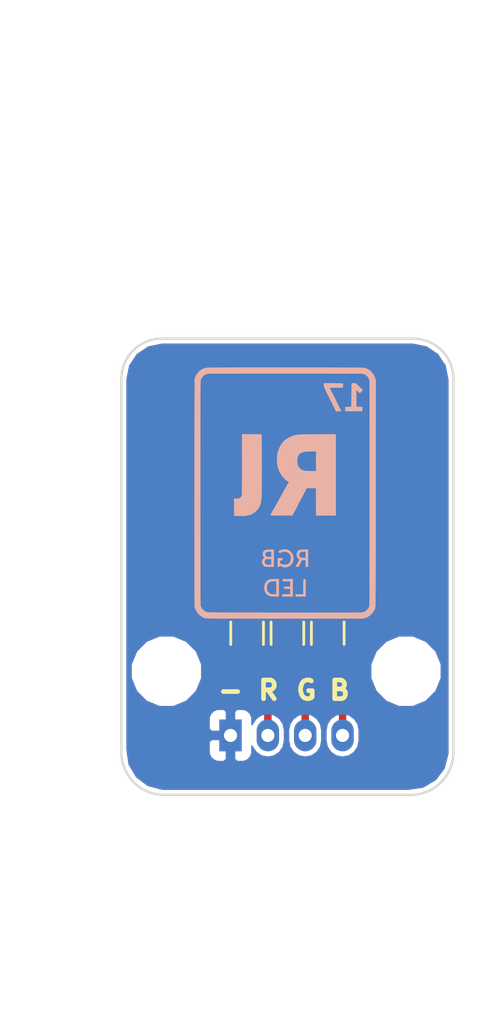
<source format=kicad_pcb>
(kicad_pcb (version 4) (host pcbnew 4.0.7-e2-6376~58~ubuntu16.04.1)

  (general
    (links 9)
    (no_connects 0)
    (area 121.833857 72.072499 160.872715 126.809501)
    (thickness 1.6)
    (drawings 19)
    (tracks 30)
    (zones 0)
    (modules 8)
    (nets 8)
  )

  (page A4)
  (layers
    (0 F.Cu signal)
    (31 B.Cu signal)
    (32 B.Adhes user)
    (33 F.Adhes user)
    (34 B.Paste user)
    (35 F.Paste user)
    (36 B.SilkS user)
    (37 F.SilkS user)
    (38 B.Mask user)
    (39 F.Mask user)
    (40 Dwgs.User user)
    (41 Cmts.User user)
    (42 Eco1.User user)
    (43 Eco2.User user)
    (44 Edge.Cuts user)
    (45 Margin user)
    (46 B.CrtYd user)
    (47 F.CrtYd user)
    (48 B.Fab user)
    (49 F.Fab user)
  )

  (setup
    (last_trace_width 0.254)
    (user_trace_width 0.1524)
    (user_trace_width 0.2)
    (user_trace_width 0.25)
    (user_trace_width 0.3)
    (user_trace_width 0.4)
    (user_trace_width 0.5)
    (user_trace_width 0.6)
    (user_trace_width 0.8)
    (user_trace_width 1)
    (user_trace_width 1.2)
    (user_trace_width 1.5)
    (user_trace_width 2)
    (trace_clearance 0.254)
    (zone_clearance 0.2)
    (zone_45_only no)
    (trace_min 0.1524)
    (segment_width 0.127)
    (edge_width 0.127)
    (via_size 0.6858)
    (via_drill 0.3302)
    (via_min_size 0.6858)
    (via_min_drill 0.3302)
    (uvia_size 0.508)
    (uvia_drill 0.127)
    (uvias_allowed no)
    (uvia_min_size 0.508)
    (uvia_min_drill 0.127)
    (pcb_text_width 0.127)
    (pcb_text_size 0.6 0.6)
    (mod_edge_width 0.127)
    (mod_text_size 0.6 0.6)
    (mod_text_width 0.127)
    (pad_size 1.524 1.524)
    (pad_drill 0.762)
    (pad_to_mask_clearance 0.05)
    (pad_to_paste_clearance -0.04)
    (aux_axis_origin 128.905 89.916)
    (visible_elements FFFFFF7F)
    (pcbplotparams
      (layerselection 0x010f0_80000001)
      (usegerberextensions true)
      (usegerberattributes true)
      (excludeedgelayer true)
      (linewidth 0.100000)
      (plotframeref false)
      (viasonmask false)
      (mode 1)
      (useauxorigin true)
      (hpglpennumber 1)
      (hpglpenspeed 20)
      (hpglpendiameter 15)
      (hpglpenoverlay 2)
      (psnegative false)
      (psa4output false)
      (plotreference false)
      (plotvalue false)
      (plotinvisibletext false)
      (padsonsilk false)
      (subtractmaskfromsilk false)
      (outputformat 1)
      (mirror false)
      (drillshape 0)
      (scaleselection 1)
      (outputdirectory CAM/))
  )

  (net 0 "")
  (net 1 GND)
  (net 2 "Net-(LED1-Pad1)")
  (net 3 "Net-(LED1-Pad2)")
  (net 4 "Net-(LED1-Pad3)")
  (net 5 RED)
  (net 6 GREEN)
  (net 7 BLUE)

  (net_class Default "Dit is de standaard class."
    (clearance 0.254)
    (trace_width 0.254)
    (via_dia 0.6858)
    (via_drill 0.3302)
    (uvia_dia 0.508)
    (uvia_drill 0.127)
    (add_net BLUE)
    (add_net GND)
    (add_net GREEN)
    (add_net "Net-(LED1-Pad1)")
    (add_net "Net-(LED1-Pad2)")
    (add_net "Net-(LED1-Pad3)")
    (add_net RED)
  )

  (net_class 0.2mm ""
    (clearance 0.2)
    (trace_width 0.2)
    (via_dia 0.6858)
    (via_drill 0.3302)
    (uvia_dia 0.508)
    (uvia_drill 0.127)
  )

  (net_class Minimal ""
    (clearance 0.1524)
    (trace_width 0.1524)
    (via_dia 0.6858)
    (via_drill 0.3302)
    (uvia_dia 0.508)
    (uvia_drill 0.127)
  )

  (module Mounting_Holes:MountingHole_3.2mm_M3 (layer F.Cu) (tedit 59230DD1) (tstamp 592C73C8)
    (at 144.272 107.95)
    (descr "Mounting Hole 3.2mm, no annular, M3")
    (tags "mounting hole 3.2mm no annular m3")
    (fp_text reference REF** (at 0 -4.2) (layer F.SilkS) hide
      (effects (font (size 1 1) (thickness 0.15)))
    )
    (fp_text value MountingHole_3.2mm_M3 (at 0 4.2) (layer F.Fab) hide
      (effects (font (size 1 1) (thickness 0.15)))
    )
    (fp_circle (center 0 0) (end 3.2 0) (layer Cmts.User) (width 0.15))
    (fp_circle (center 0 0) (end 3.45 0) (layer F.CrtYd) (width 0.05))
    (pad 1 np_thru_hole circle (at 0 0) (size 3.2 3.2) (drill 3.2) (layers *.Cu *.Mask))
  )

  (module SparkFun-LED:LED-TRICOLOR-5050 (layer F.Cu) (tedit 59230C1E) (tstamp 59230BAB)
    (at 137.922 97.663 180)
    (descr "5050 SMD RGB LED")
    (tags "5050 SMD RGB LED")
    (path /592305F2)
    (attr smd)
    (fp_text reference LED1 (at -0.635 -3.175 180) (layer B.SilkS) hide
      (effects (font (size 0.762 0.762) (thickness 0.0508)) (justify mirror))
    )
    (fp_text value RGBLED5050 (at -0.254 3.175 180) (layer B.SilkS) hide
      (effects (font (size 0.762 0.762) (thickness 0.0508)) (justify mirror))
    )
    (fp_line (start 1.69926 0.44958) (end 2.69748 0.44958) (layer Dwgs.User) (width 0.06604))
    (fp_line (start 2.69748 0.44958) (end 2.69748 -0.44958) (layer Dwgs.User) (width 0.06604))
    (fp_line (start 1.69926 -0.44958) (end 2.69748 -0.44958) (layer Dwgs.User) (width 0.06604))
    (fp_line (start 1.69926 0.44958) (end 1.69926 -0.44958) (layer Dwgs.User) (width 0.06604))
    (fp_line (start 1.69926 -1.14808) (end 2.69748 -1.14808) (layer Dwgs.User) (width 0.06604))
    (fp_line (start 2.69748 -1.14808) (end 2.69748 -2.04978) (layer Dwgs.User) (width 0.06604))
    (fp_line (start 1.69926 -2.04978) (end 2.69748 -2.04978) (layer Dwgs.User) (width 0.06604))
    (fp_line (start 1.69926 -1.14808) (end 1.69926 -2.04978) (layer Dwgs.User) (width 0.06604))
    (fp_line (start 1.69926 2.04978) (end 2.69748 2.04978) (layer Dwgs.User) (width 0.06604))
    (fp_line (start 2.69748 2.04978) (end 2.69748 1.14808) (layer Dwgs.User) (width 0.06604))
    (fp_line (start 1.69926 1.14808) (end 2.69748 1.14808) (layer Dwgs.User) (width 0.06604))
    (fp_line (start 1.69926 2.04978) (end 1.69926 1.14808) (layer Dwgs.User) (width 0.06604))
    (fp_line (start -2.69748 -1.14808) (end -1.69926 -1.14808) (layer Dwgs.User) (width 0.06604))
    (fp_line (start -1.69926 -1.14808) (end -1.69926 -2.04978) (layer Dwgs.User) (width 0.06604))
    (fp_line (start -2.69748 -2.04978) (end -1.69926 -2.04978) (layer Dwgs.User) (width 0.06604))
    (fp_line (start -2.69748 -1.14808) (end -2.69748 -2.04978) (layer Dwgs.User) (width 0.06604))
    (fp_line (start -2.69748 0.44958) (end -1.69926 0.44958) (layer Dwgs.User) (width 0.06604))
    (fp_line (start -1.69926 0.44958) (end -1.69926 -0.44958) (layer Dwgs.User) (width 0.06604))
    (fp_line (start -2.69748 -0.44958) (end -1.69926 -0.44958) (layer Dwgs.User) (width 0.06604))
    (fp_line (start -2.69748 0.44958) (end -2.69748 -0.44958) (layer Dwgs.User) (width 0.06604))
    (fp_line (start -2.69748 2.04978) (end -1.69926 2.04978) (layer Dwgs.User) (width 0.06604))
    (fp_line (start -1.69926 2.04978) (end -1.69926 1.14808) (layer Dwgs.User) (width 0.06604))
    (fp_line (start -2.69748 1.14808) (end -1.69926 1.14808) (layer Dwgs.User) (width 0.06604))
    (fp_line (start -2.69748 2.04978) (end -2.69748 1.14808) (layer Dwgs.User) (width 0.06604))
    (fp_line (start -2.49936 2.49936) (end -2.49936 -1.99898) (layer Dwgs.User) (width 0.127))
    (fp_line (start -1.79832 -2.49936) (end 2.49936 -2.49936) (layer Dwgs.User) (width 0.127))
    (fp_line (start 2.49936 -2.49936) (end 2.49936 2.49936) (layer Dwgs.User) (width 0.127))
    (fp_line (start 2.49936 2.49936) (end -2.49936 2.49936) (layer Dwgs.User) (width 0.127))
    (fp_line (start -0.99822 -2.49936) (end 0.99822 -2.49936) (layer Dwgs.User) (width 0.2032))
    (fp_line (start -0.99822 2.49936) (end 0.99822 2.49936) (layer Dwgs.User) (width 0.2032))
    (fp_line (start -2.49936 -0.6985) (end -2.49936 -0.89916) (layer Dwgs.User) (width 0.2032))
    (fp_line (start -2.49936 0.89916) (end -2.49936 0.6985) (layer Dwgs.User) (width 0.2032))
    (fp_line (start 2.49936 0.89916) (end 2.49936 0.6985) (layer Dwgs.User) (width 0.2032))
    (fp_line (start 2.49936 -0.6985) (end 2.49936 -0.89916) (layer Dwgs.User) (width 0.2032))
    (fp_line (start 0.254 0.127) (end 0.254 -0.127) (layer Dwgs.User) (width 0.2032))
    (fp_line (start 0.254 -0.127) (end 0.508 -0.127) (layer Dwgs.User) (width 0.2032))
    (fp_line (start 0.508 -0.127) (end 0.508 0.127) (layer Dwgs.User) (width 0.2032))
    (fp_line (start 0.508 0.127) (end 0.254 0.127) (layer Dwgs.User) (width 0.2032))
    (fp_line (start -2.49936 -1.99898) (end -1.79832 -2.49936) (layer Dwgs.User) (width 0.127))
    (fp_circle (center -0.6985 -1.99898) (end -0.81026 -2.11074) (layer Dwgs.User) (width 0.1016))
    (fp_circle (center 0 0) (end -0.99822 0.99822) (layer Dwgs.User) (width 0.0635))
    (pad 1 smd oval (at -2.39776 -1.69926 180) (size 1.99898 1.09982) (layers F.Cu F.Paste F.Mask)
      (net 2 "Net-(LED1-Pad1)"))
    (pad 2 smd oval (at -2.39776 0 180) (size 1.99898 1.09982) (layers F.Cu F.Paste F.Mask)
      (net 3 "Net-(LED1-Pad2)"))
    (pad 3 smd oval (at -2.39776 1.69926 180) (size 1.99898 1.09982) (layers F.Cu F.Paste F.Mask)
      (net 4 "Net-(LED1-Pad3)"))
    (pad 4 smd oval (at 2.39776 1.69926 180) (size 1.99898 1.09982) (layers F.Cu F.Paste F.Mask)
      (net 1 GND))
    (pad 5 smd oval (at 2.39776 0 180) (size 1.99898 1.09982) (layers F.Cu F.Paste F.Mask)
      (net 1 GND))
    (pad 6 smd oval (at 2.39776 -1.69926 180) (size 1.99898 1.09982) (layers F.Cu F.Paste F.Mask)
      (net 1 GND))
    (model ../../../../../home/david/Escritorio/hola/AB2_PLCC6_LED.wrl
      (at (xyz 0 0 0))
      (scale (xyz 0.4 0.4 0.4))
      (rotate (xyz 0 0 0))
    )
  )

  (module Connectors_JST:JST_PH_S4B-PH-K_04x2.00mm_Angled (layer F.Cu) (tedit 59230C31) (tstamp 59230BAC)
    (at 134.874 111.379)
    (descr http://www.jst-mfg.com/product/pdf/eng/ePH.pdf)
    (tags "connector jst ph")
    (path /59230A2F)
    (fp_text reference P1 (at 0 -2.5) (layer F.SilkS) hide
      (effects (font (size 1 1) (thickness 0.15)))
    )
    (fp_text value CONN_01X04 (at 3 7.5) (layer F.Fab)
      (effects (font (size 1 1) (thickness 0.15)))
    )
    (fp_line (start 0.5 6.25) (end 0.5 2) (layer Dwgs.User) (width 0.15))
    (fp_line (start 0.5 2) (end 5.5 2) (layer Dwgs.User) (width 0.15))
    (fp_line (start 5.5 2) (end 5.5 6.25) (layer Dwgs.User) (width 0.15))
    (fp_line (start -0.9 0.25) (end -1.25 0.25) (layer Dwgs.User) (width 0.15))
    (fp_line (start -1.25 0.25) (end -1.25 -1.35) (layer Dwgs.User) (width 0.15))
    (fp_line (start -1.25 -1.35) (end -1.95 -1.35) (layer Dwgs.User) (width 0.15))
    (fp_line (start -1.95 -1.35) (end -1.95 6.25) (layer Dwgs.User) (width 0.15))
    (fp_line (start -1.95 6.25) (end 7.95 6.25) (layer Dwgs.User) (width 0.15))
    (fp_line (start 7.95 6.25) (end 7.95 -1.35) (layer Dwgs.User) (width 0.15))
    (fp_line (start 7.95 -1.35) (end 7.25 -1.35) (layer Dwgs.User) (width 0.15))
    (fp_line (start 7.25 -1.35) (end 7.25 0.25) (layer Dwgs.User) (width 0.15))
    (fp_line (start 7.25 0.25) (end 6.9 0.25) (layer Dwgs.User) (width 0.15))
    (fp_line (start 0 -1.2) (end -0.4 -1.6) (layer Dwgs.User) (width 0.15))
    (fp_line (start -0.4 -1.6) (end 0.4 -1.6) (layer Dwgs.User) (width 0.15))
    (fp_line (start 0.4 -1.6) (end 0 -1.2) (layer Dwgs.User) (width 0.15))
    (fp_line (start -1.95 0.25) (end -1.25 0.25) (layer Dwgs.User) (width 0.15))
    (fp_line (start 7.95 0.25) (end 7.25 0.25) (layer Dwgs.User) (width 0.15))
    (fp_line (start -1.3 2.5) (end -1.3 4.1) (layer Dwgs.User) (width 0.15))
    (fp_line (start -1.3 4.1) (end -0.3 4.1) (layer Dwgs.User) (width 0.15))
    (fp_line (start -0.3 4.1) (end -0.3 2.5) (layer Dwgs.User) (width 0.15))
    (fp_line (start -0.3 2.5) (end -1.3 2.5) (layer Dwgs.User) (width 0.15))
    (fp_line (start 7.3 2.5) (end 7.3 4.1) (layer Dwgs.User) (width 0.15))
    (fp_line (start 7.3 4.1) (end 6.3 4.1) (layer Dwgs.User) (width 0.15))
    (fp_line (start 6.3 4.1) (end 6.3 2.5) (layer Dwgs.User) (width 0.15))
    (fp_line (start 6.3 2.5) (end 7.3 2.5) (layer Dwgs.User) (width 0.15))
    (fp_line (start -0.3 4.1) (end -0.3 6.25) (layer Dwgs.User) (width 0.15))
    (fp_line (start -0.8 4.1) (end -0.8 6.25) (layer Dwgs.User) (width 0.15))
    (fp_line (start 0.9 0.25) (end 1.1 0.25) (layer Dwgs.User) (width 0.15))
    (fp_line (start 2.9 0.25) (end 3.1 0.25) (layer Dwgs.User) (width 0.15))
    (fp_line (start 4.9 0.25) (end 5.1 0.25) (layer Dwgs.User) (width 0.15))
    (fp_line (start -2.45 6.75) (end -2.45 -1.85) (layer Dwgs.User) (width 0.05))
    (fp_line (start -2.45 -1.85) (end 8.45 -1.85) (layer Dwgs.User) (width 0.05))
    (fp_line (start 8.45 -1.85) (end 8.45 6.75) (layer Dwgs.User) (width 0.05))
    (fp_line (start 8.45 6.75) (end -2.45 6.75) (layer Dwgs.User) (width 0.05))
    (pad 1 thru_hole rect (at 0 0) (size 1.2 1.7) (drill 0.7) (layers *.Cu *.Mask)
      (net 1 GND))
    (pad 2 thru_hole oval (at 2 0) (size 1.2 1.7) (drill 0.7) (layers *.Cu *.Mask)
      (net 5 RED))
    (pad 3 thru_hole oval (at 4 0) (size 1.2 1.7) (drill 0.7) (layers *.Cu *.Mask)
      (net 6 GREEN))
    (pad 4 thru_hole oval (at 6 0) (size 1.2 1.7) (drill 0.7) (layers *.Cu *.Mask)
      (net 7 BLUE))
    (model ../../../../../home/david/Escritorio/hola/walter/conn_jst-ph/s4b-ph-kl.wrl
      (at (xyz 0.12 0 0))
      (scale (xyz 1 1 1))
      (rotate (xyz 0 0 0))
    )
  )

  (module Resistors_SMD:R_0805 (layer F.Cu) (tedit 5910AB2D) (tstamp 5910450C)
    (at 140.081 105.918 90)
    (descr "Resistor SMD 0805, reflow soldering, Vishay (see dcrcw.pdf)")
    (tags "resistor 0805")
    (path /59230805)
    (attr smd)
    (fp_text reference R1 (at 0 -2.1 90) (layer F.SilkS) hide
      (effects (font (size 1 1) (thickness 0.15)))
    )
    (fp_text value 330 (at 0 2.1 90) (layer F.Fab) hide
      (effects (font (size 1 1) (thickness 0.15)))
    )
    (fp_line (start -1 0.625) (end -1 -0.625) (layer F.Fab) (width 0.1))
    (fp_line (start 1 0.625) (end -1 0.625) (layer F.Fab) (width 0.1))
    (fp_line (start 1 -0.625) (end 1 0.625) (layer F.Fab) (width 0.1))
    (fp_line (start -1 -0.625) (end 1 -0.625) (layer F.Fab) (width 0.1))
    (fp_line (start -1.6 -1) (end 1.6 -1) (layer F.CrtYd) (width 0.05))
    (fp_line (start -1.6 1) (end 1.6 1) (layer F.CrtYd) (width 0.05))
    (fp_line (start -1.6 -1) (end -1.6 1) (layer F.CrtYd) (width 0.05))
    (fp_line (start 1.6 -1) (end 1.6 1) (layer F.CrtYd) (width 0.05))
    (fp_line (start 0.6 0.875) (end -0.6 0.875) (layer F.SilkS) (width 0.15))
    (fp_line (start -0.6 -0.875) (end 0.6 -0.875) (layer F.SilkS) (width 0.15))
    (pad 1 smd rect (at -0.95 0 90) (size 0.7 1.3) (layers F.Cu F.Paste F.Mask)
      (net 7 BLUE))
    (pad 2 smd rect (at 0.95 0 90) (size 0.7 1.3) (layers F.Cu F.Paste F.Mask)
      (net 4 "Net-(LED1-Pad3)"))
    (model Resistors_SMD.3dshapes/R_0805.wrl
      (at (xyz 0 0 0))
      (scale (xyz 1 1 1))
      (rotate (xyz 0 0 0))
    )
  )

  (module Resistors_SMD:R_0805 (layer F.Cu) (tedit 59230C2F) (tstamp 59230BD5)
    (at 137.922 105.918 270)
    (descr "Resistor SMD 0805, reflow soldering, Vishay (see dcrcw.pdf)")
    (tags "resistor 0805")
    (path /59230856)
    (attr smd)
    (fp_text reference R2 (at 0 -2.1 270) (layer F.SilkS) hide
      (effects (font (size 1 1) (thickness 0.15)))
    )
    (fp_text value 330 (at 0 2.1 270) (layer F.Fab) hide
      (effects (font (size 1 1) (thickness 0.15)))
    )
    (fp_line (start -1 0.625) (end -1 -0.625) (layer F.Fab) (width 0.1))
    (fp_line (start 1 0.625) (end -1 0.625) (layer F.Fab) (width 0.1))
    (fp_line (start 1 -0.625) (end 1 0.625) (layer F.Fab) (width 0.1))
    (fp_line (start -1 -0.625) (end 1 -0.625) (layer F.Fab) (width 0.1))
    (fp_line (start -1.6 -1) (end 1.6 -1) (layer F.CrtYd) (width 0.05))
    (fp_line (start -1.6 1) (end 1.6 1) (layer F.CrtYd) (width 0.05))
    (fp_line (start -1.6 -1) (end -1.6 1) (layer F.CrtYd) (width 0.05))
    (fp_line (start 1.6 -1) (end 1.6 1) (layer F.CrtYd) (width 0.05))
    (fp_line (start 0.6 0.875) (end -0.6 0.875) (layer F.SilkS) (width 0.15))
    (fp_line (start -0.6 -0.875) (end 0.6 -0.875) (layer F.SilkS) (width 0.15))
    (pad 1 smd rect (at -0.95 0 270) (size 0.7 1.3) (layers F.Cu F.Paste F.Mask)
      (net 2 "Net-(LED1-Pad1)"))
    (pad 2 smd rect (at 0.95 0 270) (size 0.7 1.3) (layers F.Cu F.Paste F.Mask)
      (net 6 GREEN))
    (model Resistors_SMD.3dshapes/R_0805.wrl
      (at (xyz 0 0 0))
      (scale (xyz 1 1 1))
      (rotate (xyz 0 0 0))
    )
  )

  (module Resistors_SMD:R_0805 (layer F.Cu) (tedit 59230C34) (tstamp 59230BF3)
    (at 135.763 105.918 270)
    (descr "Resistor SMD 0805, reflow soldering, Vishay (see dcrcw.pdf)")
    (tags "resistor 0805")
    (path /59230874)
    (attr smd)
    (fp_text reference R3 (at 0 -2.1 270) (layer F.SilkS) hide
      (effects (font (size 1 1) (thickness 0.15)))
    )
    (fp_text value 470 (at 0 2.1 270) (layer F.Fab) hide
      (effects (font (size 1 1) (thickness 0.15)))
    )
    (fp_line (start -1 0.625) (end -1 -0.625) (layer F.Fab) (width 0.1))
    (fp_line (start 1 0.625) (end -1 0.625) (layer F.Fab) (width 0.1))
    (fp_line (start 1 -0.625) (end 1 0.625) (layer F.Fab) (width 0.1))
    (fp_line (start -1 -0.625) (end 1 -0.625) (layer F.Fab) (width 0.1))
    (fp_line (start -1.6 -1) (end 1.6 -1) (layer F.CrtYd) (width 0.05))
    (fp_line (start -1.6 1) (end 1.6 1) (layer F.CrtYd) (width 0.05))
    (fp_line (start -1.6 -1) (end -1.6 1) (layer F.CrtYd) (width 0.05))
    (fp_line (start 1.6 -1) (end 1.6 1) (layer F.CrtYd) (width 0.05))
    (fp_line (start 0.6 0.875) (end -0.6 0.875) (layer F.SilkS) (width 0.15))
    (fp_line (start -0.6 -0.875) (end 0.6 -0.875) (layer F.SilkS) (width 0.15))
    (pad 1 smd rect (at -0.95 0 270) (size 0.7 1.3) (layers F.Cu F.Paste F.Mask)
      (net 3 "Net-(LED1-Pad2)"))
    (pad 2 smd rect (at 0.95 0 270) (size 0.7 1.3) (layers F.Cu F.Paste F.Mask)
      (net 5 RED))
    (model Resistors_SMD.3dshapes/R_0805.wrl
      (at (xyz 0 0 0))
      (scale (xyz 1 1 1))
      (rotate (xyz 0 0 0))
    )
  )

  (module Mounting_Holes:MountingHole_3.2mm_M3 (layer F.Cu) (tedit 59230DD1) (tstamp 592C73AB)
    (at 131.445 107.95)
    (descr "Mounting Hole 3.2mm, no annular, M3")
    (tags "mounting hole 3.2mm no annular m3")
    (fp_text reference REF** (at 0 -4.2) (layer F.SilkS) hide
      (effects (font (size 1 1) (thickness 0.15)))
    )
    (fp_text value MountingHole_3.2mm_M3 (at 0 4.2) (layer F.Fab) hide
      (effects (font (size 1 1) (thickness 0.15)))
    )
    (fp_circle (center 0 0) (end 3.2 0) (layer Cmts.User) (width 0.15))
    (fp_circle (center 0 0) (end 3.45 0) (layer F.CrtYd) (width 0.05))
    (pad 1 np_thru_hole circle (at 0 0) (size 3.2 3.2) (drill 3.2) (layers *.Cu *.Mask))
  )

  (module Buzzers_Beepers:logo_rgb (layer B.Cu) (tedit 0) (tstamp 5927E055)
    (at 137.795 98.425 180)
    (fp_text reference G*** (at -20.32 5.715 360) (layer B.SilkS) hide
      (effects (font (thickness 0.3)) (justify mirror))
    )
    (fp_text value LOGO (at -19.685 -1.905 270) (layer B.SilkS) hide
      (effects (font (thickness 0.3)) (justify mirror))
    )
    (fp_poly (pts (xy 1.609993 6.712018) (xy 1.931027 6.71193) (xy 2.224562 6.71178) (xy 2.491872 6.71156)
      (xy 2.73423 6.711261) (xy 2.952911 6.710873) (xy 3.149187 6.710387) (xy 3.324333 6.709793)
      (xy 3.479621 6.709083) (xy 3.616326 6.708247) (xy 3.735721 6.707276) (xy 3.83908 6.706161)
      (xy 3.927677 6.704892) (xy 4.002784 6.70346) (xy 4.065676 6.701855) (xy 4.117626 6.70007)
      (xy 4.159907 6.698093) (xy 4.193794 6.695917) (xy 4.22056 6.693531) (xy 4.241479 6.690927)
      (xy 4.257823 6.688095) (xy 4.270868 6.685026) (xy 4.281885 6.68171) (xy 4.284134 6.680957)
      (xy 4.34612 6.657464) (xy 4.403048 6.631891) (xy 4.428067 6.618404) (xy 4.473409 6.592249)
      (xy 4.51214 6.572149) (xy 4.512734 6.571875) (xy 4.545258 6.54901) (xy 4.590741 6.507436)
      (xy 4.641428 6.455231) (xy 4.68956 6.400479) (xy 4.727381 6.351259) (xy 4.73383 6.341533)
      (xy 4.772113 6.278563) (xy 4.794537 6.235414) (xy 4.799396 6.21549) (xy 4.797523 6.214534)
      (xy 4.798004 6.204203) (xy 4.806128 6.192674) (xy 4.822217 6.161811) (xy 4.836883 6.116223)
      (xy 4.837835 6.112241) (xy 4.838779 6.091425) (xy 4.839694 6.038231) (xy 4.840579 5.954126)
      (xy 4.841433 5.840575) (xy 4.842257 5.699044) (xy 4.843049 5.531) (xy 4.843809 5.337908)
      (xy 4.844536 5.121233) (xy 4.845231 4.882443) (xy 4.845891 4.623003) (xy 4.846518 4.344379)
      (xy 4.847109 4.048036) (xy 4.847666 3.735441) (xy 4.848186 3.40806) (xy 4.84867 3.067359)
      (xy 4.849117 2.714802) (xy 4.849527 2.351858) (xy 4.849898 1.979991) (xy 4.850231 1.600667)
      (xy 4.850524 1.215352) (xy 4.850778 0.825513) (xy 4.850992 0.432615) (xy 4.851164 0.038124)
      (xy 4.851295 -0.356495) (xy 4.851385 -0.749774) (xy 4.851432 -1.140248) (xy 4.851435 -1.526452)
      (xy 4.851396 -1.906919) (xy 4.851312 -2.280183) (xy 4.851183 -2.644779) (xy 4.851009 -2.99924)
      (xy 4.85079 -3.3421) (xy 4.850524 -3.671895) (xy 4.850211 -3.987157) (xy 4.849851 -4.286421)
      (xy 4.849442 -4.56822) (xy 4.848985 -4.83109) (xy 4.848479 -5.073563) (xy 4.847924 -5.294175)
      (xy 4.847318 -5.491458) (xy 4.846662 -5.663948) (xy 4.845954 -5.810178) (xy 4.845194 -5.928682)
      (xy 4.844382 -6.017995) (xy 4.843517 -6.07665) (xy 4.842599 -6.103181) (xy 4.842419 -6.104467)
      (xy 4.823801 -6.155923) (xy 4.793086 -6.222836) (xy 4.756196 -6.293892) (xy 4.719051 -6.357776)
      (xy 4.687575 -6.403176) (xy 4.683731 -6.407667) (xy 4.655456 -6.442651) (xy 4.640461 -6.467765)
      (xy 4.639734 -6.471167) (xy 4.625915 -6.483727) (xy 4.613334 -6.485466) (xy 4.595807 -6.493676)
      (xy 4.5974 -6.5024) (xy 4.593379 -6.516746) (xy 4.580467 -6.519333) (xy 4.562177 -6.527298)
      (xy 4.563534 -6.536266) (xy 4.560098 -6.551087) (xy 4.549673 -6.5532) (xy 4.519315 -6.565194)
      (xy 4.503571 -6.579438) (xy 4.466934 -6.608131) (xy 4.406584 -6.63926) (xy 4.332004 -6.668549)
      (xy 4.256639 -6.690769) (xy 4.239117 -6.693049) (xy 4.20526 -6.695174) (xy 4.154115 -6.69715)
      (xy 4.08473 -6.698982) (xy 3.996153 -6.700674) (xy 3.887432 -6.702231) (xy 3.757613 -6.703659)
      (xy 3.605746 -6.704961) (xy 3.430876 -6.706143) (xy 3.232052 -6.70721) (xy 3.008322 -6.708167)
      (xy 2.758733 -6.709018) (xy 2.482333 -6.709768) (xy 2.178169 -6.710423) (xy 1.845289 -6.710986)
      (xy 1.482741 -6.711464) (xy 1.089572 -6.711861) (xy 0.66483 -6.712181) (xy 0.207563 -6.71243)
      (xy 0.011315 -6.712512) (xy -0.36176 -6.712642) (xy -0.725888 -6.712743) (xy -1.07962 -6.712815)
      (xy -1.421511 -6.712858) (xy -1.750111 -6.712874) (xy -2.063974 -6.712862) (xy -2.361653 -6.712824)
      (xy -2.641699 -6.71276) (xy -2.902666 -6.71267) (xy -3.143105 -6.712555) (xy -3.36157 -6.712417)
      (xy -3.556613 -6.712255) (xy -3.726786 -6.712069) (xy -3.870643 -6.711862) (xy -3.986734 -6.711633)
      (xy -4.073614 -6.711382) (xy -4.129835 -6.711112) (xy -4.153948 -6.710821) (xy -4.1548 -6.710756)
      (xy -4.171902 -6.705762) (xy -4.20954 -6.697866) (xy -4.216914 -6.696474) (xy -4.261188 -6.688154)
      (xy -4.290923 -6.682403) (xy -4.2926 -6.682062) (xy -4.352254 -6.66104) (xy -4.426076 -6.622452)
      (xy -4.504143 -6.572537) (xy -4.51039 -6.56779) (xy -4.504266 -6.561666) (xy -4.512733 -6.5532)
      (xy -4.520012 -6.560479) (xy -4.576531 -6.517533) (xy -4.624043 -6.473688) (xy -4.662584 -6.429134)
      (xy -4.703852 -6.37437) (xy -4.744008 -6.315576) (xy -4.779215 -6.258934) (xy -4.805636 -6.210627)
      (xy -4.819433 -6.176836) (xy -4.816768 -6.163742) (xy -4.816453 -6.163733) (xy -4.816231 -6.153133)
      (xy -4.82816 -6.135731) (xy -4.830263 -6.129151) (xy -4.832246 -6.113982) (xy -4.834114 -6.089258)
      (xy -4.83587 -6.054012) (xy -4.837519 -6.007276) (xy -4.839066 -5.948084) (xy -4.840514 -5.875469)
      (xy -4.841869 -5.788465) (xy -4.843134 -5.686103) (xy -4.844314 -5.567418) (xy -4.845413 -5.431442)
      (xy -4.846435 -5.277209) (xy -4.847386 -5.103751) (xy -4.848268 -4.910102) (xy -4.849087 -4.695295)
      (xy -4.849847 -4.458363) (xy -4.850552 -4.198338) (xy -4.851207 -3.914255) (xy -4.851816 -3.605146)
      (xy -4.852383 -3.270044) (xy -4.852913 -2.907983) (xy -4.853409 -2.517995) (xy -4.853877 -2.099114)
      (xy -4.854321 -1.650372) (xy -4.854745 -1.170804) (xy -4.855153 -0.659441) (xy -4.85555 -0.115317)
      (xy -4.855606 -0.034473) (xy -4.856167 0.775496) (xy -4.529515 0.775496) (xy -4.529509 0.384771)
      (xy -4.529466 -0.007383) (xy -4.529384 -0.399492) (xy -4.529265 -0.790081) (xy -4.529108 -1.177677)
      (xy -4.528914 -1.560804) (xy -4.528683 -1.937989) (xy -4.528415 -2.307757) (xy -4.528111 -2.668633)
      (xy -4.52777 -3.019144) (xy -4.527393 -3.357814) (xy -4.526981 -3.683169) (xy -4.526533 -3.993735)
      (xy -4.526049 -4.288038) (xy -4.525531 -4.564602) (xy -4.524977 -4.821954) (xy -4.524389 -5.058619)
      (xy -4.523766 -5.273123) (xy -4.523109 -5.463992) (xy -4.522418 -5.62975) (xy -4.521694 -5.768924)
      (xy -4.520936 -5.880039) (xy -4.520144 -5.96162) (xy -4.51932 -6.012194) (xy -4.518516 -6.030136)
      (xy -4.478223 -6.131066) (xy -4.414021 -6.222392) (xy -4.332524 -6.297728) (xy -4.240349 -6.350688)
      (xy -4.163728 -6.3726) (xy -4.133696 -6.380208) (xy -4.125097 -6.384859) (xy -4.107406 -6.385869)
      (xy -4.057622 -6.386795) (xy -3.977518 -6.387639) (xy -3.868868 -6.388401) (xy -3.733445 -6.389084)
      (xy -3.573023 -6.38969) (xy -3.389374 -6.390219) (xy -3.184273 -6.390673) (xy -2.959492 -6.391054)
      (xy -2.716806 -6.391364) (xy -2.457987 -6.391603) (xy -2.184809 -6.391775) (xy -1.899045 -6.39188)
      (xy -1.602469 -6.391919) (xy -1.296855 -6.391896) (xy -0.983975 -6.39181) (xy -0.665603 -6.391664)
      (xy -0.343512 -6.391459) (xy -0.019476 -6.391198) (xy 0.304732 -6.39088) (xy 0.627338 -6.390509)
      (xy 0.946569 -6.390086) (xy 1.260651 -6.389611) (xy 1.567812 -6.389088) (xy 1.866277 -6.388517)
      (xy 2.154274 -6.3879) (xy 2.430029 -6.387239) (xy 2.691768 -6.386535) (xy 2.937718 -6.38579)
      (xy 3.166106 -6.385006) (xy 3.375159 -6.384183) (xy 3.563102 -6.383324) (xy 3.728162 -6.38243)
      (xy 3.868567 -6.381504) (xy 3.982542 -6.380545) (xy 4.068315 -6.379557) (xy 4.124111 -6.37854)
      (xy 4.148158 -6.377497) (xy 4.148667 -6.37741) (xy 4.259827 -6.336649) (xy 4.360686 -6.268589)
      (xy 4.443765 -6.179654) (xy 4.501589 -6.076268) (xy 4.502795 -6.073167) (xy 4.505788 -6.065026)
      (xy 4.508597 -6.055965) (xy 4.511228 -6.044929) (xy 4.513688 -6.030863) (xy 4.515983 -6.012713)
      (xy 4.518117 -5.989425) (xy 4.520098 -5.959944) (xy 4.521931 -5.923215) (xy 4.523622 -5.878185)
      (xy 4.525177 -5.823799) (xy 4.526602 -5.759003) (xy 4.527903 -5.682741) (xy 4.529086 -5.59396)
      (xy 4.530157 -5.491606) (xy 4.531121 -5.374623) (xy 4.531985 -5.241958) (xy 4.532755 -5.092555)
      (xy 4.533436 -4.925362) (xy 4.534034 -4.739322) (xy 4.534556 -4.533382) (xy 4.535007 -4.306488)
      (xy 4.535394 -4.057584) (xy 4.535721 -3.785617) (xy 4.535996 -3.489532) (xy 4.536224 -3.168275)
      (xy 4.53641 -2.820791) (xy 4.536562 -2.446026) (xy 4.536684 -2.042925) (xy 4.536784 -1.610434)
      (xy 4.536865 -1.147499) (xy 4.536936 -0.653065) (xy 4.537001 -0.126078) (xy 4.537017 0.008467)
      (xy 4.537067 0.550737) (xy 4.537084 1.060142) (xy 4.537063 1.537684) (xy 4.537002 1.984364)
      (xy 4.536895 2.401184) (xy 4.536739 2.789145) (xy 4.53653 3.14925) (xy 4.536264 3.4825)
      (xy 4.535938 3.789897) (xy 4.535546 4.072441) (xy 4.535086 4.331136) (xy 4.534553 4.566982)
      (xy 4.533944 4.780981) (xy 4.533254 4.974135) (xy 4.53248 5.147446) (xy 4.531618 5.301915)
      (xy 4.530663 5.438543) (xy 4.529612 5.558334) (xy 4.52846 5.662287) (xy 4.527205 5.751405)
      (xy 4.525842 5.826689) (xy 4.524367 5.889142) (xy 4.522775 5.939764) (xy 4.521065 5.979558)
      (xy 4.51923 6.009524) (xy 4.517268 6.030666) (xy 4.515174 6.043984) (xy 4.513318 6.049844)
      (xy 4.496962 6.083546) (xy 4.490951 6.10048) (xy 4.49101 6.100644) (xy 4.484523 6.117773)
      (xy 4.463449 6.152148) (xy 4.434261 6.194496) (xy 4.403431 6.235539) (xy 4.377432 6.266004)
      (xy 4.371803 6.271462) (xy 4.307995 6.3159) (xy 4.228435 6.354123) (xy 4.149754 6.378676)
      (xy 4.123267 6.382898) (xy 4.099652 6.383587) (xy 4.043974 6.38424) (xy 3.958035 6.384855)
      (xy 3.843638 6.385433) (xy 3.702585 6.385974) (xy 3.53668 6.386477) (xy 3.347725 6.386944)
      (xy 3.137523 6.387373) (xy 2.907878 6.387765) (xy 2.660591 6.38812) (xy 2.397466 6.388438)
      (xy 2.120306 6.388718) (xy 1.830913 6.388961) (xy 1.53109 6.389166) (xy 1.22264 6.389334)
      (xy 0.907366 6.389464) (xy 0.587071 6.389557) (xy 0.263558 6.389612) (xy -0.061372 6.389629)
      (xy -0.385914 6.389609) (xy -0.708266 6.389551) (xy -1.026625 6.389456) (xy -1.339188 6.389322)
      (xy -1.644153 6.389151) (xy -1.939716 6.388942) (xy -2.224075 6.388695) (xy -2.495427 6.38841)
      (xy -2.751969 6.388087) (xy -2.991898 6.387726) (xy -3.213412 6.387327) (xy -3.414707 6.38689)
      (xy -3.593982 6.386415) (xy -3.749431 6.385901) (xy -3.879255 6.38535) (xy -3.981648 6.38476)
      (xy -4.054809 6.384132) (xy -4.096934 6.383466) (xy -4.106333 6.383072) (xy -4.162224 6.373116)
      (xy -4.210915 6.357426) (xy -4.2164 6.354828) (xy -4.253888 6.338787) (xy -4.276948 6.333171)
      (xy -4.299988 6.321752) (xy -4.331749 6.294064) (xy -4.334933 6.290734) (xy -4.36904 6.26176)
      (xy -4.398253 6.248489) (xy -4.399974 6.2484) (xy -4.41691 6.243373) (xy -4.415328 6.238484)
      (xy -4.418143 6.2204) (xy -4.438625 6.190378) (xy -4.439645 6.189196) (xy -4.461815 6.159639)
      (xy -4.468053 6.14266) (xy -4.467905 6.142448) (xy -4.472533 6.125487) (xy -4.486544 6.105418)
      (xy -4.511326 6.064084) (xy -4.520411 6.039315) (xy -4.52126 6.0192) (xy -4.522065 5.966692)
      (xy -4.522829 5.883266) (xy -4.523549 5.770397) (xy -4.524228 5.629559) (xy -4.524864 5.462226)
      (xy -4.525458 5.269873) (xy -4.526011 5.053975) (xy -4.526522 4.816005) (xy -4.526993 4.557439)
      (xy -4.527422 4.27975) (xy -4.527811 3.984412) (xy -4.528159 3.672902) (xy -4.528467 3.346692)
      (xy -4.528735 3.007257) (xy -4.528963 2.656072) (xy -4.529151 2.294611) (xy -4.529301 1.924348)
      (xy -4.529411 1.546759) (xy -4.529482 1.163316) (xy -4.529515 0.775496) (xy -4.856167 0.775496)
      (xy -4.859813 6.038782) (xy -4.823664 6.147825) (xy -4.801972 6.207454) (xy -4.78076 6.256279)
      (xy -4.765631 6.282267) (xy -4.746091 6.311545) (xy -4.741408 6.3246) (xy -4.729375 6.346635)
      (xy -4.701925 6.381871) (xy -4.688991 6.396567) (xy -4.661078 6.429452) (xy -4.648266 6.449124)
      (xy -4.648999 6.4516) (xy -4.647884 6.460719) (xy -4.619703 6.487331) (xy -4.565681 6.530318)
      (xy -4.54663 6.544733) (xy -4.483489 6.58761) (xy -4.413725 6.628033) (xy -4.348112 6.660278)
      (xy -4.297425 6.678621) (xy -4.2926 6.679666) (xy -4.265163 6.686087) (xy -4.258733 6.68896)
      (xy -4.25433 6.691354) (xy -4.240367 6.693579) (xy -4.215714 6.695641) (xy -4.179241 6.697546)
      (xy -4.129819 6.6993) (xy -4.066317 6.700909) (xy -3.987605 6.702379) (xy -3.892553 6.703717)
      (xy -3.780031 6.704928) (xy -3.64891 6.706019) (xy -3.49806 6.706995) (xy -3.326349 6.707862)
      (xy -3.132649 6.708627) (xy -2.915829 6.709296) (xy -2.67476 6.709874) (xy -2.408311 6.710369)
      (xy -2.115352 6.710785) (xy -1.794754 6.711129) (xy -1.445387 6.711407) (xy -1.06612 6.711625)
      (xy -0.655823 6.711789) (xy -0.213367 6.711905) (xy 0.0254 6.711948) (xy 0.469164 6.712011)
      (xy 0.880336 6.71205) (xy 1.260187 6.712055) (xy 1.609993 6.712018)) (layer B.SilkS) (width 0.01))
    (fp_poly (pts (xy -1.015753 -4.598446) (xy -0.987783 -4.610405) (xy -0.986029 -4.612683) (xy -0.982632 -4.634309)
      (xy -0.979593 -4.684769) (xy -0.977061 -4.759031) (xy -0.975186 -4.852061) (xy -0.974116 -4.958828)
      (xy -0.973925 -5.020733) (xy -0.973666 -5.4102) (xy -0.765442 -5.409851) (xy -0.557219 -5.409503)
      (xy -0.562243 -5.469071) (xy -0.567266 -5.528638) (xy -0.833967 -5.528955) (xy -0.924883 -5.529047)
      (xy -1.002753 -5.529094) (xy -1.061804 -5.529096) (xy -1.096265 -5.529052) (xy -1.102744 -5.529002)
      (xy -1.103375 -5.512725) (xy -1.104102 -5.466961) (xy -1.104883 -5.396089) (xy -1.105675 -5.304489)
      (xy -1.106436 -5.19654) (xy -1.107124 -5.076621) (xy -1.107136 -5.074248) (xy -1.107258 -4.92467)
      (xy -1.105998 -4.802145) (xy -1.103408 -4.708234) (xy -1.099537 -4.644498) (xy -1.094434 -4.6125)
      (xy -1.092359 -4.609083) (xy -1.056381 -4.59781) (xy -1.015753 -4.598446)) (layer B.SilkS) (width 0.01))
    (fp_poly (pts (xy 0.127449 -4.657005) (xy 0.129103 -4.71661) (xy -0.074903 -4.716272) (xy -0.278909 -4.715933)
      (xy -0.279623 -4.860475) (xy -0.280336 -5.005016) (xy -0.114768 -5.003772) (xy 0.0508 -5.002527)
      (xy 0.0508 -5.11264) (xy -0.114089 -5.117487) (xy -0.278979 -5.122333) (xy -0.280335 -5.411221)
      (xy -0.080148 -5.410176) (xy -0.000212 -5.41064) (xy 0.067692 -5.412682) (xy 0.116178 -5.415968)
      (xy 0.137576 -5.41997) (xy 0.148498 -5.442913) (xy 0.149523 -5.479727) (xy 0.143934 -5.528646)
      (xy -0.415168 -5.529228) (xy -0.414714 -4.5974) (xy 0.125794 -4.5974) (xy 0.127449 -4.657005)) (layer B.SilkS) (width 0.01))
    (fp_poly (pts (xy 0.562156 -4.598764) (xy 0.670719 -4.600712) (xy 0.74828 -4.605251) (xy 0.79762 -4.612632)
      (xy 0.820308 -4.622004) (xy 0.841289 -4.634198) (xy 0.846667 -4.630715) (xy 0.857328 -4.63082)
      (xy 0.883012 -4.64943) (xy 0.883444 -4.649809) (xy 0.906407 -4.666897) (xy 0.907717 -4.659282)
      (xy 0.906356 -4.656667) (xy 0.909749 -4.653396) (xy 0.932358 -4.670087) (xy 0.964797 -4.699)
      (xy 1.034965 -4.777861) (xy 1.080307 -4.863276) (xy 1.104366 -4.963885) (xy 1.110575 -5.0546)
      (xy 1.108294 -5.144681) (xy 1.098455 -5.211086) (xy 1.089518 -5.236456) (xy 1.072804 -5.273255)
      (xy 1.06583 -5.295722) (xy 1.055551 -5.316537) (xy 1.032418 -5.3467) (xy 1.012821 -5.37318)
      (xy 1.011023 -5.384778) (xy 1.011413 -5.3848) (xy 1.009928 -5.392264) (xy 0.983466 -5.412409)
      (xy 0.936872 -5.441861) (xy 0.89311 -5.467198) (xy 0.848125 -5.489822) (xy 0.80212 -5.50587)
      (xy 0.747849 -5.516525) (xy 0.678066 -5.522972) (xy 0.585523 -5.526394) (xy 0.524783 -5.527386)
      (xy 0.329899 -5.529751) (xy 0.329957 -5.411248) (xy 0.465265 -5.411248) (xy 0.592466 -5.408469)
      (xy 0.653952 -5.406632) (xy 0.70035 -5.404315) (xy 0.723021 -5.40197) (xy 0.7239 -5.401594)
      (xy 0.746943 -5.392953) (xy 0.785707 -5.386917) (xy 0.814089 -5.372755) (xy 0.853491 -5.339679)
      (xy 0.895396 -5.296434) (xy 0.931281 -5.251766) (xy 0.951916 -5.216292) (xy 0.964501 -5.164854)
      (xy 0.971198 -5.096817) (xy 0.971884 -5.02467) (xy 0.966434 -4.960908) (xy 0.954854 -4.918264)
      (xy 0.942645 -4.888443) (xy 0.943972 -4.8768) (xy 0.94019 -4.86612) (xy 0.91821 -4.839202)
      (xy 0.904868 -4.824823) (xy 0.846741 -4.774011) (xy 0.782986 -4.741369) (xy 0.704498 -4.72365)
      (xy 0.604206 -4.717631) (xy 0.465899 -4.715933) (xy 0.465582 -5.063591) (xy 0.465265 -5.411248)
      (xy 0.329957 -5.411248) (xy 0.330131 -5.063575) (xy 0.330364 -4.5974) (xy 0.562156 -4.598764)) (layer B.SilkS) (width 0.01))
    (fp_poly (pts (xy 0.129735 -3.01625) (xy 0.265379 -3.058129) (xy 0.270767 -3.060439) (xy 0.322901 -3.087847)
      (xy 0.344301 -3.114851) (xy 0.337487 -3.147446) (xy 0.318863 -3.174802) (xy 0.293208 -3.203393)
      (xy 0.274676 -3.207224) (xy 0.255423 -3.193221) (xy 0.215397 -3.169265) (xy 0.19005 -3.16173)
      (xy 0.155356 -3.152299) (xy 0.141548 -3.144392) (xy 0.119443 -3.138043) (xy 0.074446 -3.133785)
      (xy 0.03156 -3.132667) (xy -0.068823 -3.147069) (xy -0.159826 -3.187171) (xy -0.234671 -3.248317)
      (xy -0.286577 -3.32585) (xy -0.299238 -3.359863) (xy -0.309458 -3.417884) (xy -0.311293 -3.485578)
      (xy -0.305921 -3.554778) (xy -0.294524 -3.617318) (xy -0.278279 -3.66503) (xy -0.258368 -3.689747)
      (xy -0.251344 -3.691467) (xy -0.242075 -3.701572) (xy -0.244012 -3.705938) (xy -0.238857 -3.72665)
      (xy -0.210999 -3.756424) (xy -0.167724 -3.788587) (xy -0.130758 -3.809653) (xy -0.082909 -3.82359)
      (xy -0.015362 -3.831476) (xy 0.058126 -3.832523) (xy 0.123798 -3.825944) (xy 0.130479 -3.824609)
      (xy 0.173085 -3.806688) (xy 0.199546 -3.787907) (xy 0.231243 -3.765773) (xy 0.2511 -3.7592)
      (xy 0.26988 -3.745401) (xy 0.27305 -3.7338) (xy 0.276173 -3.696227) (xy 0.278322 -3.6703)
      (xy 0.272316 -3.6234) (xy 0.243081 -3.600624) (xy 0.2032 -3.598333) (xy 0.155286 -3.593297)
      (xy 0.130904 -3.565452) (xy 0.125961 -3.522133) (xy 0.12796 -3.501126) (xy 0.137329 -3.488552)
      (xy 0.161034 -3.482249) (xy 0.206044 -3.480053) (xy 0.262312 -3.4798) (xy 0.397624 -3.4798)
      (xy 0.398087 -3.712633) (xy 0.39855 -3.945467) (xy 0.343209 -3.945467) (xy 0.304969 -3.941876)
      (xy 0.290009 -3.925527) (xy 0.287867 -3.900509) (xy 0.285433 -3.870017) (xy 0.273444 -3.868274)
      (xy 0.258234 -3.879342) (xy 0.166779 -3.934775) (xy 0.098226 -3.955259) (xy 0.034257 -3.965763)
      (xy -0.018101 -3.971436) (xy -0.049884 -3.971436) (xy -0.054856 -3.969632) (xy -0.07354 -3.963294)
      (xy -0.111777 -3.955137) (xy -0.116133 -3.954356) (xy -0.199549 -3.924848) (xy -0.281993 -3.869762)
      (xy -0.354646 -3.796466) (xy -0.408688 -3.712327) (xy -0.410543 -3.7084) (xy -0.438894 -3.616686)
      (xy -0.449972 -3.50937) (xy -0.443443 -3.400179) (xy -0.420361 -3.306497) (xy -0.378448 -3.226573)
      (xy -0.317176 -3.149919) (xy -0.24518 -3.085135) (xy -0.171096 -3.040822) (xy -0.14376 -3.031018)
      (xy -0.004999 -3.00733) (xy 0.129735 -3.01625)) (layer B.SilkS) (width 0.01))
    (fp_poly (pts (xy -1.0287 -3.023197) (xy -0.934874 -3.025006) (xy -0.866789 -3.02908) (xy -0.816341 -3.03651)
      (xy -0.775424 -3.048387) (xy -0.745067 -3.061366) (xy -0.704842 -3.081854) (xy -0.68407 -3.09526)
      (xy -0.684191 -3.098182) (xy -0.686834 -3.109045) (xy -0.673889 -3.128433) (xy -0.634166 -3.198426)
      (xy -0.620199 -3.279827) (xy -0.630311 -3.364186) (xy -0.662824 -3.443053) (xy -0.716062 -3.507977)
      (xy -0.754637 -3.535283) (xy -0.769419 -3.547955) (xy -0.768715 -3.567596) (xy -0.751284 -3.603768)
      (xy -0.744081 -3.616668) (xy -0.711202 -3.676024) (xy -0.678388 -3.736917) (xy -0.673293 -3.746584)
      (xy -0.649079 -3.788382) (xy -0.628933 -3.815837) (xy -0.624503 -3.819721) (xy -0.615825 -3.838842)
      (xy -0.617604 -3.843118) (xy -0.613636 -3.863705) (xy -0.600947 -3.877888) (xy -0.575653 -3.908964)
      (xy -0.582175 -3.931606) (xy -0.619062 -3.943727) (xy -0.6477 -3.945192) (xy -0.719667 -3.944917)
      (xy -0.778542 -3.826659) (xy -0.808004 -3.770853) (xy -0.833173 -3.729235) (xy -0.849495 -3.709185)
      (xy -0.851508 -3.7084) (xy -0.858506 -3.698063) (xy -0.856319 -3.693385) (xy -0.859665 -3.671805)
      (xy -0.872067 -3.6576) (xy -0.889012 -3.63431) (xy -0.888537 -3.622985) (xy -0.891181 -3.603374)
      (xy -0.924345 -3.589341) (xy -0.98499 -3.581918) (xy -1.011767 -3.581078) (xy -1.100667 -3.579911)
      (xy -1.100667 -3.945467) (xy -1.236133 -3.945467) (xy -1.236133 -3.288681) (xy -1.100667 -3.288681)
      (xy -1.099835 -3.358821) (xy -1.097602 -3.415246) (xy -1.09436 -3.450058) (xy -1.092284 -3.457138)
      (xy -1.068777 -3.463075) (xy -1.022438 -3.464272) (xy -0.963853 -3.461497) (xy -0.903604 -3.455518)
      (xy -0.852277 -3.447102) (xy -0.821297 -3.437483) (xy -0.781861 -3.398933) (xy -0.761122 -3.342382)
      (xy -0.759876 -3.278576) (xy -0.778917 -3.218261) (xy -0.802691 -3.185878) (xy -0.830502 -3.163329)
      (xy -0.864978 -3.149282) (xy -0.915944 -3.140877) (xy -0.972462 -3.136459) (xy -1.100667 -3.128606)
      (xy -1.100667 -3.288681) (xy -1.236133 -3.288681) (xy -1.236133 -3.021225) (xy -1.0287 -3.023197)) (layer B.SilkS) (width 0.01))
    (fp_poly (pts (xy 0.804257 -3.023228) (xy 0.897395 -3.025085) (xy 0.964943 -3.02933) (xy 1.015156 -3.037091)
      (xy 1.056288 -3.049492) (xy 1.083734 -3.061366) (xy 1.123958 -3.081854) (xy 1.14473 -3.09526)
      (xy 1.144609 -3.098182) (xy 1.143248 -3.109059) (xy 1.161462 -3.134355) (xy 1.161542 -3.134444)
      (xy 1.183754 -3.173577) (xy 1.193113 -3.232214) (xy 1.1938 -3.261059) (xy 1.190761 -3.319996)
      (xy 1.178467 -3.359473) (xy 1.152152 -3.393599) (xy 1.147396 -3.398434) (xy 1.100992 -3.444838)
      (xy 1.160688 -3.505972) (xy 1.213897 -3.582089) (xy 1.236083 -3.665627) (xy 1.227304 -3.750554)
      (xy 1.187615 -3.830837) (xy 1.157279 -3.866277) (xy 1.120132 -3.899577) (xy 1.091816 -3.918044)
      (xy 1.082542 -3.91933) (xy 1.06296 -3.922868) (xy 1.058504 -3.928257) (xy 1.037585 -3.935338)
      (xy 0.987654 -3.940803) (xy 0.913542 -3.944297) (xy 0.824424 -3.945467) (xy 0.60098 -3.945467)
      (xy 0.60098 -3.740999) (xy 0.735479 -3.740999) (xy 0.73629 -3.793562) (xy 0.737815 -3.823778)
      (xy 0.738515 -3.827576) (xy 0.755603 -3.830943) (xy 0.796704 -3.833018) (xy 0.851986 -3.833748)
      (xy 0.91162 -3.833083) (xy 0.965773 -3.830972) (xy 0.992524 -3.82889) (xy 1.016063 -3.816482)
      (xy 1.049693 -3.788461) (xy 1.056024 -3.782291) (xy 1.091667 -3.726897) (xy 1.099644 -3.665902)
      (xy 1.079328 -3.609288) (xy 1.06782 -3.594862) (xy 1.046733 -3.567092) (xy 1.043091 -3.551486)
      (xy 1.038655 -3.540943) (xy 1.004223 -3.533279) (xy 0.943581 -3.528975) (xy 0.861477 -3.528492)
      (xy 0.736689 -3.5306) (xy 0.735546 -3.674533) (xy 0.735479 -3.740999) (xy 0.60098 -3.740999)
      (xy 0.60098 -3.414197) (xy 0.736102 -3.414197) (xy 0.860191 -3.411588) (xy 0.9296 -3.40833)
      (xy 0.974726 -3.400582) (xy 1.005081 -3.386041) (xy 1.02046 -3.3728) (xy 1.050644 -3.320808)
      (xy 1.055495 -3.258893) (xy 1.035123 -3.199484) (xy 1.018741 -3.177918) (xy 0.993421 -3.156091)
      (xy 0.962021 -3.14328) (xy 0.914631 -3.136791) (xy 0.858472 -3.134338) (xy 0.736102 -3.131099)
      (xy 0.736102 -3.414197) (xy 0.60098 -3.414197) (xy 0.60098 -3.021287) (xy 0.804257 -3.023228)) (layer B.SilkS) (width 0.01))
    (fp_poly (pts (xy 2.304192 1.549538) (xy 2.304463 1.319428) (xy 2.304896 1.098405) (xy 2.305476 0.88889)
      (xy 2.30619 0.693305) (xy 2.307023 0.514072) (xy 2.30796 0.353613) (xy 2.308986 0.214349)
      (xy 2.310088 0.098703) (xy 2.31125 0.009095) (xy 2.312458 -0.052051) (xy 2.313698 -0.082315)
      (xy 2.313989 -0.084666) (xy 2.321831 -0.12386) (xy 2.325882 -0.144474) (xy 2.345064 -0.185332)
      (xy 2.381866 -0.231059) (xy 2.424882 -0.269077) (xy 2.452843 -0.284461) (xy 2.495313 -0.292967)
      (xy 2.557007 -0.298097) (xy 2.613755 -0.29883) (xy 2.726285 -0.296333) (xy 2.726276 -0.748159)
      (xy 2.726267 -1.199984) (xy 2.688167 -1.212409) (xy 2.660921 -1.216393) (xy 2.60916 -1.220057)
      (xy 2.540226 -1.223243) (xy 2.461465 -1.225789) (xy 2.380221 -1.227537) (xy 2.303838 -1.228325)
      (xy 2.239661 -1.227994) (xy 2.195033 -1.226383) (xy 2.177455 -1.223544) (xy 2.158808 -1.218811)
      (xy 2.117275 -1.21289) (xy 2.08516 -1.209388) (xy 2.017787 -1.19914) (xy 1.951186 -1.183443)
      (xy 1.930603 -1.176938) (xy 1.889215 -1.163601) (xy 1.865146 -1.158294) (xy 1.862667 -1.159043)
      (xy 1.84994 -1.159894) (xy 1.816131 -1.145164) (xy 1.767795 -1.118844) (xy 1.711487 -1.084925)
      (xy 1.653763 -1.047399) (xy 1.601177 -1.010256) (xy 1.560285 -0.977489) (xy 1.5522 -0.970007)
      (xy 1.505726 -0.921124) (xy 1.458707 -0.865352) (xy 1.417581 -0.811061) (xy 1.388782 -0.766618)
      (xy 1.37921 -0.745066) (xy 1.371952 -0.724532) (xy 1.356701 -0.685165) (xy 1.338361 -0.639448)
      (xy 1.325994 -0.6096) (xy 1.315157 -0.582476) (xy 1.31284 -0.575733) (xy 1.30324 -0.536089)
      (xy 1.29168 -0.480826) (xy 1.281818 -0.427723) (xy 1.279737 -0.414866) (xy 1.272026 -0.36524)
      (xy 1.262432 -0.304401) (xy 1.259801 -0.287866) (xy 1.257448 -0.256533) (xy 1.255314 -0.195253)
      (xy 1.253397 -0.106792) (xy 1.251697 0.006082) (xy 1.250213 0.140602) (xy 1.248942 0.294002)
      (xy 1.247883 0.463516) (xy 1.247037 0.646375) (xy 1.2464 0.839814) (xy 1.245972 1.041065)
      (xy 1.245751 1.247362) (xy 1.245737 1.455937) (xy 1.245928 1.664025) (xy 1.246323 1.868858)
      (xy 1.24692 2.067669) (xy 1.247719 2.257692) (xy 1.248718 2.43616) (xy 1.249915 2.600306)
      (xy 1.25131 2.747363) (xy 1.252901 2.874564) (xy 1.254687 2.979143) (xy 1.256667 3.058333)
      (xy 1.258839 3.109366) (xy 1.261202 3.129476) (xy 1.261359 3.129645) (xy 1.282008 3.132387)
      (xy 1.332216 3.134904) (xy 1.407676 3.137105) (xy 1.50408 3.138897) (xy 1.61712 3.140187)
      (xy 1.74249 3.140885) (xy 1.7907 3.140974) (xy 2.302933 3.141409) (xy 2.304192 1.549538)) (layer B.SilkS) (width 0.01))
    (fp_poly (pts (xy -1.828816 3.139824) (xy -1.591737 3.139132) (xy -1.386195 3.137896) (xy -1.209866 3.13605)
      (xy -1.060424 3.133529) (xy -0.935544 3.130266) (xy -0.832901 3.126198) (xy -0.750168 3.121257)
      (xy -0.685022 3.11538) (xy -0.635136 3.108499) (xy -0.620719 3.105815) (xy -0.576459 3.097023)
      (xy -0.5334 3.088603) (xy -0.484179 3.078603) (xy -0.451149 3.06976) (xy -0.417186 3.057157)
      (xy -0.401064 3.050602) (xy -0.363639 3.036517) (xy -0.341797 3.030492) (xy -0.313699 3.021214)
      (xy -0.266578 2.998216) (xy -0.209668 2.966447) (xy -0.152203 2.930856) (xy -0.137279 2.920884)
      (xy -0.088285 2.888061) (xy -0.04634 2.860905) (xy -0.031041 2.851504) (xy -0.00475 2.831716)
      (xy 0.032155 2.798776) (xy 0.073369 2.75906) (xy 0.11259 2.718948) (xy 0.143516 2.684815)
      (xy 0.159844 2.66304) (xy 0.159663 2.658534) (xy 0.161522 2.647945) (xy 0.182233 2.621298)
      (xy 0.194733 2.607734) (xy 0.221402 2.576799) (xy 0.231179 2.558797) (xy 0.229144 2.556934)
      (xy 0.227743 2.546687) (xy 0.242263 2.52668) (xy 0.263937 2.494851) (xy 0.290809 2.445609)
      (xy 0.315674 2.393055) (xy 0.330634 2.353733) (xy 0.338836 2.332786) (xy 0.345667 2.316956)
      (xy 0.35855 2.280003) (xy 0.361614 2.266156) (xy 0.373638 2.230526) (xy 0.377021 2.224476)
      (xy 0.387258 2.196099) (xy 0.397277 2.150413) (xy 0.399008 2.139809) (xy 0.409374 2.07787)
      (xy 0.420796 2.01758) (xy 0.421316 2.015067) (xy 0.430069 1.943932) (xy 0.433013 1.850593)
      (xy 0.430746 1.744053) (xy 0.423867 1.633316) (xy 0.412973 1.527387) (xy 0.398662 1.435269)
      (xy 0.381533 1.365967) (xy 0.377443 1.354667) (xy 0.365393 1.317515) (xy 0.362813 1.306778)
      (xy 0.352046 1.271781) (xy 0.345667 1.255978) (xy 0.333922 1.227669) (xy 0.33102 1.2192)
      (xy 0.318006 1.185956) (xy 0.294298 1.137659) (xy 0.267122 1.087992) (xy 0.2437 1.050642)
      (xy 0.238461 1.043856) (xy 0.219621 1.017453) (xy 0.216173 1.005577) (xy 0.210697 0.98583)
      (xy 0.185937 0.948253) (xy 0.146999 0.898512) (xy 0.098989 0.842274) (xy 0.047012 0.785204)
      (xy -0.003825 0.732968) (xy -0.048416 0.691234) (xy -0.081656 0.665666) (xy -0.094869 0.6604)
      (xy -0.121144 0.648618) (xy -0.135312 0.635187) (xy -0.160309 0.619136) (xy -0.173868 0.62087)
      (xy -0.183373 0.62092) (xy -0.179417 0.612217) (xy -0.180984 0.595471) (xy -0.193856 0.592667)
      (xy -0.203851 0.585212) (xy -0.194761 0.560285) (xy -0.165089 0.514039) (xy -0.160907 0.508058)
      (xy -0.129063 0.461323) (xy -0.106562 0.425594) (xy -0.099058 0.410691) (xy -0.089245 0.389654)
      (xy -0.06738 0.351837) (xy -0.056807 0.33477) (xy -0.032426 0.292955) (xy -0.018327 0.262593)
      (xy -0.016933 0.25641) (xy -0.005337 0.234013) (xy 0.00828 0.220288) (xy 0.025556 0.197283)
      (xy 0.0254 0.186267) (xy 0.029749 0.1663) (xy 0.04252 0.152245) (xy 0.063713 0.127668)
      (xy 0.067734 0.116124) (xy 0.076111 0.09356) (xy 0.097174 0.054821) (xy 0.107607 0.037764)
      (xy 0.132875 -0.004626) (xy 0.148893 -0.035929) (xy 0.151147 -0.042333) (xy 0.164555 -0.067356)
      (xy 0.181631 -0.0889) (xy 0.197127 -0.111259) (xy 0.194734 -0.118533) (xy 0.194523 -0.129004)
      (xy 0.213276 -0.154178) (xy 0.234162 -0.18037) (xy 0.238415 -0.192278) (xy 0.242463 -0.206509)
      (xy 0.260608 -0.240225) (xy 0.276515 -0.266363) (xy 0.302691 -0.310653) (xy 0.319016 -0.34371)
      (xy 0.321734 -0.35319) (xy 0.333329 -0.375587) (xy 0.346947 -0.389312) (xy 0.364021 -0.412647)
      (xy 0.363604 -0.424082) (xy 0.366507 -0.444235) (xy 0.370504 -0.447479) (xy 0.387279 -0.467357)
      (xy 0.411119 -0.505993) (xy 0.42066 -0.523606) (xy 0.459363 -0.596582) (xy 0.487805 -0.64668)
      (xy 0.510459 -0.681516) (xy 0.523325 -0.6985) (xy 0.536644 -0.721275) (xy 0.5334 -0.728133)
      (xy 0.531527 -0.738831) (xy 0.543663 -0.757766) (xy 0.561792 -0.782826) (xy 0.58492 -0.820524)
      (xy 0.616744 -0.877142) (xy 0.650686 -0.9398) (xy 0.677174 -0.982277) (xy 0.692658 -1.0033)
      (xy 0.707148 -1.026171) (xy 0.705868 -1.032933) (xy 0.707897 -1.045245) (xy 0.725241 -1.076375)
      (xy 0.73711 -1.094563) (xy 0.756522 -1.12284) (xy 0.770553 -1.145714) (xy 0.776342 -1.163728)
      (xy 0.771025 -1.177427) (xy 0.751739 -1.187354) (xy 0.71562 -1.194054) (xy 0.659805 -1.19807)
      (xy 0.581431 -1.199947) (xy 0.477634 -1.200229) (xy 0.345551 -1.19946) (xy 0.191434 -1.198253)
      (xy -0.396066 -1.1938) (xy -0.47569 -1.0414) (xy -0.511275 -0.974796) (xy -0.542871 -0.918371)
      (xy -0.566154 -0.87971) (xy -0.574658 -0.867833) (xy -0.585511 -0.850001) (xy -0.582243 -0.846666)
      (xy -0.583237 -0.836196) (xy -0.601133 -0.8128) (xy -0.618973 -0.788429) (xy -0.618066 -0.778933)
      (xy -0.617617 -0.768524) (xy -0.635 -0.745066) (xy -0.652839 -0.720696) (xy -0.651933 -0.7112)
      (xy -0.651484 -0.700791) (xy -0.668867 -0.677333) (xy -0.686706 -0.652963) (xy -0.6858 -0.643466)
      (xy -0.68535 -0.633057) (xy -0.702733 -0.6096) (xy -0.72075 -0.585213) (xy -0.720218 -0.575733)
      (xy -0.718169 -0.565361) (xy -0.727815 -0.550717) (xy -0.742649 -0.529483) (xy -0.765075 -0.491598)
      (xy -0.797041 -0.433532) (xy -0.840497 -0.351755) (xy -0.888976 -0.258943) (xy -0.915967 -0.210236)
      (xy -0.940409 -0.171336) (xy -0.947678 -0.161576) (xy -0.959717 -0.140729) (xy -0.956182 -0.135466)
      (xy -0.956138 -0.12504) (xy -0.973667 -0.1016) (xy -0.991506 -0.077229) (xy -0.9906 -0.067733)
      (xy -0.99015 -0.057324) (xy -1.007533 -0.033866) (xy -1.025373 -0.009496) (xy -1.024467 0)
      (xy -1.024017 0.010409) (xy -1.0414 0.033867) (xy -1.059239 0.058237) (xy -1.058333 0.067734)
      (xy -1.057884 0.078143) (xy -1.075267 0.1016) (xy -1.092594 0.126009) (xy -1.090591 0.135726)
      (xy -1.0872 0.142733) (xy -1.09407 0.148426) (xy -1.114353 0.171263) (xy -1.137818 0.20961)
      (xy -1.139044 0.211978) (xy -1.165214 0.26309) (xy -1.39964 0.260584) (xy -1.485684 0.259534)
      (xy -1.559428 0.258387) (xy -1.614331 0.257264) (xy -1.643851 0.256285) (xy -1.646766 0.256039)
      (xy -1.649442 0.239243) (xy -1.651926 0.19205) (xy -1.654157 0.117931) (xy -1.656077 0.020356)
      (xy -1.657623 -0.097206) (xy -1.658737 -0.231283) (xy -1.659356 -0.378406) (xy -1.659466 -0.474133)
      (xy -1.659466 -1.202266) (xy -2.717833 -1.202266) (xy -2.717833 1.175186) (xy -1.659466 1.175186)
      (xy -1.3589 1.177604) (xy -1.25846 1.179117) (xy -1.167305 1.181803) (xy -1.091872 1.185371)
      (xy -1.0386 1.189528) (xy -1.016 1.193162) (xy -0.890058 1.246707) (xy -0.790832 1.32096)
      (xy -0.718198 1.416103) (xy -0.67203 1.532317) (xy -0.652202 1.669782) (xy -0.651405 1.718733)
      (xy -0.658736 1.824729) (xy -0.676966 1.918358) (xy -0.704175 1.991947) (xy -0.728982 2.02901)
      (xy -0.748393 2.056698) (xy -0.749691 2.072531) (xy -0.754529 2.08093) (xy -0.770467 2.0828)
      (xy -0.791171 2.087446) (xy -0.790567 2.093744) (xy -0.79675 2.107034) (xy -0.826671 2.127303)
      (xy -0.872051 2.150483) (xy -0.924615 2.172508) (xy -0.976085 2.18931) (xy -0.993479 2.193447)
      (xy -1.042333 2.203719) (xy -1.079413 2.211914) (xy -1.083733 2.212937) (xy -1.10865 2.215325)
      (xy -1.161094 2.21794) (xy -1.234729 2.220547) (xy -1.323219 2.222908) (xy -1.3843 2.224173)
      (xy -1.659466 2.229243) (xy -1.659466 1.175186) (xy -2.717833 1.175186) (xy -2.717833 3.141371)
      (xy -1.828816 3.139824)) (layer B.SilkS) (width 0.01))
    (fp_poly (pts (xy -3.556 5.240867) (xy -3.547533 4.614333) (xy -3.38661 4.605867) (xy -3.225687 4.5974)
      (xy -3.225743 4.487333) (xy -3.2258 4.377267) (xy -3.678766 4.372757) (xy -3.798774 4.371876)
      (xy -3.906997 4.371683) (xy -3.999026 4.372138) (xy -4.07045 4.373198) (xy -4.11686 4.374824)
      (xy -4.133845 4.376975) (xy -4.13385 4.37699) (xy -4.135278 4.397252) (xy -4.136883 4.441283)
      (xy -4.13814 4.491567) (xy -4.140313 4.5974) (xy -3.979417 4.605867) (xy -3.81852 4.614333)
      (xy -3.818335 5.066971) (xy -3.81815 5.519608) (xy -3.912006 5.426731) (xy -4.005863 5.333854)
      (xy -4.088531 5.417785) (xy -4.1712 5.501716) (xy -3.788172 5.8674) (xy -3.564466 5.8674)
      (xy -3.556 5.240867)) (layer B.SilkS) (width 0.01))
    (fp_poly (pts (xy -2.074333 5.867258) (xy -2.073686 5.774196) (xy -2.074258 5.750223) (xy -2.077207 5.725514)
      (xy -2.083869 5.697024) (xy -2.095579 5.661706) (xy -2.113673 5.616515) (xy -2.139487 5.558405)
      (xy -2.174356 5.48433) (xy -2.219615 5.391245) (xy -2.276601 5.276104) (xy -2.346648 5.135862)
      (xy -2.402242 5.024967) (xy -2.731444 4.3688) (xy -2.873788 4.3688) (xy -2.937447 4.370181)
      (xy -2.98479 4.373866) (xy -3.008464 4.379168) (xy -3.009707 4.3815) (xy -3.000996 4.399005)
      (xy -2.978897 4.443508) (xy -2.945068 4.511665) (xy -2.901168 4.600134) (xy -2.848855 4.705572)
      (xy -2.789789 4.824636) (xy -2.725628 4.953983) (xy -2.709317 4.986867) (xy -2.643574 5.118966)
      (xy -2.581845 5.242152) (xy -2.525889 5.352972) (xy -2.477468 5.447979) (xy -2.438341 5.523721)
      (xy -2.410269 5.576748) (xy -2.395013 5.603612) (xy -2.393541 5.605679) (xy -2.389147 5.614385)
      (xy -2.39505 5.620897) (xy -2.415112 5.625504) (xy -2.453193 5.628491) (xy -2.513153 5.630146)
      (xy -2.598852 5.630757) (xy -2.714151 5.63061) (xy -2.728096 5.630562) (xy -2.859588 5.630933)
      (xy -2.963856 5.633017) (xy -3.039123 5.636736) (xy -3.083613 5.642012) (xy -3.095605 5.64675)
      (xy -3.103181 5.675568) (xy -3.107151 5.723807) (xy -3.107429 5.778071) (xy -3.103928 5.824962)
      (xy -3.096927 5.85061) (xy -3.07611 5.855895) (xy -3.0231 5.860256) (xy -2.939556 5.86364)
      (xy -2.827142 5.865992) (xy -2.687518 5.867258) (xy -2.579421 5.867472) (xy -2.074333 5.867258)) (layer B.SilkS) (width 0.01))
  )

  (gr_text "-\n" (at 134.874 108.966) (layer F.SilkS) (tstamp 5927DDBD)
    (effects (font (size 1 1) (thickness 0.25)))
  )
  (gr_text B (at 140.716 108.966) (layer F.SilkS) (tstamp 5927DD99)
    (effects (font (size 1 1) (thickness 0.25)))
  )
  (gr_text "G\n" (at 138.938 108.966) (layer F.SilkS) (tstamp 5927DD8E)
    (effects (font (size 1 1) (thickness 0.25)))
  )
  (gr_text R (at 136.906 108.966) (layer F.SilkS)
    (effects (font (size 1 1) (thickness 0.25)))
  )
  (dimension 24.384 (width 0.127) (layer Dwgs.User)
    (gr_text "24,384 mm" (at 125.049 102.362 270) (layer Dwgs.User)
      (effects (font (size 0.6 0.6) (thickness 0.127)))
    )
    (feature1 (pts (xy 128.778 114.554) (xy 124.495 114.554)))
    (feature2 (pts (xy 128.778 90.17) (xy 124.495 90.17)))
    (crossbar (pts (xy 125.603 90.17) (xy 125.603 114.554)))
    (arrow1a (pts (xy 125.603 114.554) (xy 125.016579 113.427496)))
    (arrow1b (pts (xy 125.603 114.554) (xy 126.189421 113.427496)))
    (arrow2a (pts (xy 125.603 90.17) (xy 125.016579 91.296504)))
    (arrow2b (pts (xy 125.603 90.17) (xy 126.189421 91.296504)))
  )
  (gr_line (start 137.922 90.043) (end 137.922 126.746) (angle 90) (layer Dwgs.User) (width 0.127))
  (dimension 8.89 (width 0.127) (layer Dwgs.User)
    (gr_text "8,890 mm" (at 133.477 89.453999) (layer Dwgs.User)
      (effects (font (size 0.6 0.6) (thickness 0.127)))
    )
    (feature1 (pts (xy 137.922 88.773) (xy 137.922 90.007999)))
    (feature2 (pts (xy 129.032 88.773) (xy 129.032 90.007999)))
    (crossbar (pts (xy 129.032 88.899999) (xy 137.922 88.899999)))
    (arrow1a (pts (xy 137.922 88.899999) (xy 136.795496 89.48642)))
    (arrow1b (pts (xy 137.922 88.899999) (xy 136.795496 88.313578)))
    (arrow2a (pts (xy 129.032 88.899999) (xy 130.158504 89.48642)))
    (arrow2b (pts (xy 129.032 88.899999) (xy 130.158504 88.313578)))
  )
  (dimension 17.78 (width 0.127) (layer Dwgs.User)
    (gr_text "17,780 mm" (at 137.922 86.822) (layer Dwgs.User)
      (effects (font (size 0.6 0.6) (thickness 0.127)))
    )
    (feature1 (pts (xy 146.812 90.17) (xy 146.812 86.268)))
    (feature2 (pts (xy 129.032 90.17) (xy 129.032 86.268)))
    (crossbar (pts (xy 129.032 87.376) (xy 146.812 87.376)))
    (arrow1a (pts (xy 146.812 87.376) (xy 145.685496 87.962421)))
    (arrow1b (pts (xy 146.812 87.376) (xy 145.685496 86.789579)))
    (arrow2a (pts (xy 129.032 87.376) (xy 130.158504 87.962421)))
    (arrow2b (pts (xy 129.032 87.376) (xy 130.158504 86.789579)))
  )
  (gr_line (start 144.272 116.84) (end 144.272 73.152) (angle 90) (layer Dwgs.User) (width 0.127))
  (gr_line (start 131.445 117.348) (end 131.445 72.136) (angle 90) (layer Dwgs.User) (width 0.127))
  (gr_line (start 148.717 111.887) (end 124.714 111.887) (angle 90) (layer Dwgs.User) (width 0.127))
  (gr_line (start 144.653 90.17) (end 131.191 90.17) (angle 90) (layer Edge.Cuts) (width 0.127))
  (gr_line (start 146.812 92.329) (end 146.812 112.395) (angle 90) (layer Edge.Cuts) (width 0.127))
  (gr_arc (start 144.653 92.329) (end 144.653 90.17) (angle 90) (layer Edge.Cuts) (width 0.127))
  (gr_line (start 129.032 92.329) (end 129.032 112.141) (angle 90) (layer Edge.Cuts) (width 0.127))
  (gr_arc (start 131.191 92.329) (end 129.032 92.329) (angle 90) (layer Edge.Cuts) (width 0.127))
  (gr_line (start 144.399 114.554) (end 131.191 114.554) (angle 90) (layer Edge.Cuts) (width 0.127))
  (gr_arc (start 131.318 112.268) (end 131.191 114.554) (angle 90) (layer Edge.Cuts) (width 0.127))
  (gr_arc (start 144.526 112.268) (end 146.812 112.395) (angle 90) (layer Edge.Cuts) (width 0.127))

  (segment (start 135.52424 99.36226) (end 135.52424 100.56876) (width 0.4) (layer F.Cu) (net 1))
  (segment (start 134.874 108.966) (end 134.874 111.379) (width 0.4) (layer F.Cu) (net 1) (tstamp 5923103D))
  (segment (start 133.858 107.95) (end 134.874 108.966) (width 0.4) (layer F.Cu) (net 1) (tstamp 5923103C))
  (segment (start 133.858 102.235) (end 133.858 107.95) (width 0.4) (layer F.Cu) (net 1) (tstamp 5923103A))
  (segment (start 135.52424 100.56876) (end 133.858 102.235) (width 0.4) (layer F.Cu) (net 1) (tstamp 59231038))
  (segment (start 135.52424 99.36226) (end 135.52424 97.663) (width 0.4) (layer F.Cu) (net 1))
  (segment (start 135.52424 95.96374) (end 135.52424 97.663) (width 0.4) (layer F.Cu) (net 1))
  (segment (start 140.31976 99.36226) (end 140.31976 100.47224) (width 0.4) (layer F.Cu) (net 2))
  (segment (start 137.922 102.87) (end 137.922 104.968) (width 0.4) (layer F.Cu) (net 2) (tstamp 59231027))
  (segment (start 140.31976 100.47224) (end 137.922 102.87) (width 0.4) (layer F.Cu) (net 2) (tstamp 59231025))
  (segment (start 135.763 104.968) (end 135.763 102.87) (width 0.4) (layer F.Cu) (net 3))
  (segment (start 139.065 97.663) (end 140.31976 97.663) (width 0.4) (layer F.Cu) (net 3) (tstamp 59231050))
  (segment (start 138.43 98.298) (end 139.065 97.663) (width 0.4) (layer F.Cu) (net 3) (tstamp 5923104F))
  (segment (start 138.43 100.203) (end 138.43 98.298) (width 0.4) (layer F.Cu) (net 3) (tstamp 5923104D))
  (segment (start 135.763 102.87) (end 138.43 100.203) (width 0.4) (layer F.Cu) (net 3) (tstamp 5923104C))
  (segment (start 140.081 104.968) (end 140.081 102.87) (width 0.4) (layer F.Cu) (net 4))
  (segment (start 141.42974 95.96374) (end 140.31976 95.96374) (width 0.4) (layer F.Cu) (net 4) (tstamp 59231048))
  (segment (start 142.113 96.647) (end 141.42974 95.96374) (width 0.4) (layer F.Cu) (net 4) (tstamp 59231047))
  (segment (start 142.113 100.838) (end 142.113 96.647) (width 0.4) (layer F.Cu) (net 4) (tstamp 59231045))
  (segment (start 140.081 102.87) (end 142.113 100.838) (width 0.4) (layer F.Cu) (net 4) (tstamp 59231044))
  (segment (start 135.763 106.868) (end 135.763 107.823) (width 0.4) (layer F.Cu) (net 5))
  (segment (start 136.874 108.934) (end 136.874 111.379) (width 0.4) (layer F.Cu) (net 5) (tstamp 59231010))
  (segment (start 135.763 107.823) (end 136.874 108.934) (width 0.4) (layer F.Cu) (net 5) (tstamp 5923100F))
  (segment (start 138.874 111.379) (end 138.874 108.902) (width 0.4) (layer F.Cu) (net 6))
  (segment (start 137.795 107.823) (end 137.795 106.995) (width 0.4) (layer F.Cu) (net 6) (tstamp 59231015))
  (segment (start 138.874 108.902) (end 137.795 107.823) (width 0.4) (layer F.Cu) (net 6) (tstamp 59231014))
  (segment (start 137.795 106.995) (end 137.922 106.868) (width 0.254) (layer F.Cu) (net 6) (tstamp 59231016))
  (segment (start 140.081 106.868) (end 140.081 107.95) (width 0.4) (layer F.Cu) (net 7))
  (segment (start 140.874 108.743) (end 140.874 111.379) (width 0.4) (layer F.Cu) (net 7) (tstamp 5923101A))
  (segment (start 140.081 107.95) (end 140.874 108.743) (width 0.4) (layer F.Cu) (net 7) (tstamp 59231019))

  (zone (net 1) (net_name GND) (layer B.Cu) (tstamp 5918789F) (hatch edge 0.508)
    (connect_pads (clearance 0.2))
    (min_thickness 0.1)
    (fill yes (arc_segments 16) (thermal_gap 0.508) (thermal_bridge_width 0.508))
    (polygon
      (pts
        (xy 147.066 115.062) (xy 128.905 115.062) (xy 128.905 89.916) (xy 147.066 89.916)
      )
    )
    (filled_polygon
      (pts
        (xy 145.356892 90.629654) (xy 145.953623 91.028377) (xy 146.352346 91.625108) (xy 146.4985 92.359875) (xy 146.4985 112.355314)
        (xy 146.301318 113.121633) (xy 145.839509 113.736038) (xy 145.177728 114.126949) (xy 144.376888 114.2405) (xy 131.230686 114.2405)
        (xy 130.464367 114.043318) (xy 129.849962 113.581509) (xy 129.459051 112.919728) (xy 129.3455 112.118888) (xy 129.3455 111.7225)
        (xy 133.716 111.7225) (xy 133.716 112.339993) (xy 133.800951 112.545082) (xy 133.957918 112.70205) (xy 134.163007 112.787)
        (xy 134.5305 112.787) (xy 134.67 112.6475) (xy 134.67 111.583) (xy 133.8555 111.583) (xy 133.716 111.7225)
        (xy 129.3455 111.7225) (xy 129.3455 110.418007) (xy 133.716 110.418007) (xy 133.716 111.0355) (xy 133.8555 111.175)
        (xy 134.67 111.175) (xy 134.67 110.1105) (xy 135.078 110.1105) (xy 135.078 111.175) (xy 135.098 111.175)
        (xy 135.098 111.583) (xy 135.078 111.583) (xy 135.078 112.6475) (xy 135.2175 112.787) (xy 135.584993 112.787)
        (xy 135.790082 112.70205) (xy 135.947049 112.545082) (xy 136.032 112.339993) (xy 136.032 111.963303) (xy 136.038813 111.997554)
        (xy 136.234775 112.290833) (xy 136.528054 112.486795) (xy 136.874 112.555608) (xy 137.219946 112.486795) (xy 137.513225 112.290833)
        (xy 137.709187 111.997554) (xy 137.778 111.651608) (xy 137.778 111.106392) (xy 137.97 111.106392) (xy 137.97 111.651608)
        (xy 138.038813 111.997554) (xy 138.234775 112.290833) (xy 138.528054 112.486795) (xy 138.874 112.555608) (xy 139.219946 112.486795)
        (xy 139.513225 112.290833) (xy 139.709187 111.997554) (xy 139.778 111.651608) (xy 139.778 111.106392) (xy 139.97 111.106392)
        (xy 139.97 111.651608) (xy 140.038813 111.997554) (xy 140.234775 112.290833) (xy 140.528054 112.486795) (xy 140.874 112.555608)
        (xy 141.219946 112.486795) (xy 141.513225 112.290833) (xy 141.709187 111.997554) (xy 141.778 111.651608) (xy 141.778 111.106392)
        (xy 141.709187 110.760446) (xy 141.513225 110.467167) (xy 141.219946 110.271205) (xy 140.874 110.202392) (xy 140.528054 110.271205)
        (xy 140.234775 110.467167) (xy 140.038813 110.760446) (xy 139.97 111.106392) (xy 139.778 111.106392) (xy 139.709187 110.760446)
        (xy 139.513225 110.467167) (xy 139.219946 110.271205) (xy 138.874 110.202392) (xy 138.528054 110.271205) (xy 138.234775 110.467167)
        (xy 138.038813 110.760446) (xy 137.97 111.106392) (xy 137.778 111.106392) (xy 137.709187 110.760446) (xy 137.513225 110.467167)
        (xy 137.219946 110.271205) (xy 136.874 110.202392) (xy 136.528054 110.271205) (xy 136.234775 110.467167) (xy 136.038813 110.760446)
        (xy 136.032 110.794697) (xy 136.032 110.418007) (xy 135.947049 110.212918) (xy 135.790082 110.05595) (xy 135.584993 109.971)
        (xy 135.2175 109.971) (xy 135.078 110.1105) (xy 134.67 110.1105) (xy 134.5305 109.971) (xy 134.163007 109.971)
        (xy 133.957918 110.05595) (xy 133.800951 110.212918) (xy 133.716 110.418007) (xy 129.3455 110.418007) (xy 129.3455 108.327068)
        (xy 129.54067 108.327068) (xy 129.829926 109.027121) (xy 130.365062 109.563192) (xy 131.064609 109.853669) (xy 131.822068 109.85433)
        (xy 132.522121 109.565074) (xy 133.058192 109.029938) (xy 133.348669 108.330391) (xy 133.348671 108.327068) (xy 142.36767 108.327068)
        (xy 142.656926 109.027121) (xy 143.192062 109.563192) (xy 143.891609 109.853669) (xy 144.649068 109.85433) (xy 145.349121 109.565074)
        (xy 145.885192 109.029938) (xy 146.175669 108.330391) (xy 146.17633 107.572932) (xy 145.887074 106.872879) (xy 145.351938 106.336808)
        (xy 144.652391 106.046331) (xy 143.894932 106.04567) (xy 143.194879 106.334926) (xy 142.658808 106.870062) (xy 142.368331 107.569609)
        (xy 142.36767 108.327068) (xy 133.348671 108.327068) (xy 133.34933 107.572932) (xy 133.060074 106.872879) (xy 132.524938 106.336808)
        (xy 131.825391 106.046331) (xy 131.067932 106.04567) (xy 130.367879 106.334926) (xy 129.831808 106.870062) (xy 129.541331 107.569609)
        (xy 129.54067 108.327068) (xy 129.3455 108.327068) (xy 129.3455 92.359876) (xy 129.491654 91.625108) (xy 129.890377 91.028377)
        (xy 130.487108 90.629654) (xy 131.221875 90.4835) (xy 144.622124 90.4835)
      )
    )
  )
  (zone (net 1) (net_name GND) (layer F.Cu) (tstamp 591878D7) (hatch edge 0.508)
    (connect_pads (clearance 0.2))
    (min_thickness 0.1)
    (fill yes (arc_segments 16) (thermal_gap 0.508) (thermal_bridge_width 0.508))
    (polygon
      (pts
        (xy 147.066 115.062) (xy 128.905 115.062) (xy 128.905 89.916) (xy 147.066 89.916)
      )
    )
    (filled_polygon
      (pts
        (xy 145.356892 90.629654) (xy 145.953623 91.028377) (xy 146.352346 91.625108) (xy 146.4985 92.359875) (xy 146.4985 112.355314)
        (xy 146.301318 113.121633) (xy 145.839509 113.736038) (xy 145.177728 114.126949) (xy 144.376888 114.2405) (xy 131.230686 114.2405)
        (xy 130.464367 114.043318) (xy 129.849962 113.581509) (xy 129.459051 112.919728) (xy 129.3455 112.118888) (xy 129.3455 111.7225)
        (xy 133.716 111.7225) (xy 133.716 112.339993) (xy 133.800951 112.545082) (xy 133.957918 112.70205) (xy 134.163007 112.787)
        (xy 134.5305 112.787) (xy 134.67 112.6475) (xy 134.67 111.583) (xy 133.8555 111.583) (xy 133.716 111.7225)
        (xy 129.3455 111.7225) (xy 129.3455 110.418007) (xy 133.716 110.418007) (xy 133.716 111.0355) (xy 133.8555 111.175)
        (xy 134.67 111.175) (xy 134.67 110.1105) (xy 134.5305 109.971) (xy 134.163007 109.971) (xy 133.957918 110.05595)
        (xy 133.800951 110.212918) (xy 133.716 110.418007) (xy 129.3455 110.418007) (xy 129.3455 108.327068) (xy 129.54067 108.327068)
        (xy 129.829926 109.027121) (xy 130.365062 109.563192) (xy 131.064609 109.853669) (xy 131.822068 109.85433) (xy 132.522121 109.565074)
        (xy 133.058192 109.029938) (xy 133.348669 108.330391) (xy 133.34933 107.572932) (xy 133.060074 106.872879) (xy 132.705814 106.518)
        (xy 134.803045 106.518) (xy 134.803045 107.218) (xy 134.824243 107.330655) (xy 134.890822 107.434123) (xy 134.99241 107.503535)
        (xy 135.113 107.527955) (xy 135.259 107.527955) (xy 135.259 107.823) (xy 135.297365 108.015873) (xy 135.406618 108.179382)
        (xy 136.37 109.142764) (xy 136.37 110.376813) (xy 136.234775 110.467167) (xy 136.038813 110.760446) (xy 136.032 110.794697)
        (xy 136.032 110.418007) (xy 135.947049 110.212918) (xy 135.790082 110.05595) (xy 135.584993 109.971) (xy 135.2175 109.971)
        (xy 135.078 110.1105) (xy 135.078 111.175) (xy 135.098 111.175) (xy 135.098 111.583) (xy 135.078 111.583)
        (xy 135.078 112.6475) (xy 135.2175 112.787) (xy 135.584993 112.787) (xy 135.790082 112.70205) (xy 135.947049 112.545082)
        (xy 136.032 112.339993) (xy 136.032 111.963303) (xy 136.038813 111.997554) (xy 136.234775 112.290833) (xy 136.528054 112.486795)
        (xy 136.874 112.555608) (xy 137.219946 112.486795) (xy 137.513225 112.290833) (xy 137.709187 111.997554) (xy 137.778 111.651608)
        (xy 137.778 111.106392) (xy 137.709187 110.760446) (xy 137.513225 110.467167) (xy 137.378 110.376813) (xy 137.378 108.934)
        (xy 137.371635 108.902) (xy 137.339635 108.741127) (xy 137.230382 108.577618) (xy 136.267 107.614236) (xy 136.267 107.527955)
        (xy 136.413 107.527955) (xy 136.525655 107.506757) (xy 136.629123 107.440178) (xy 136.698535 107.33859) (xy 136.722955 107.218)
        (xy 136.722955 106.518) (xy 136.962045 106.518) (xy 136.962045 107.218) (xy 136.983243 107.330655) (xy 137.049822 107.434123)
        (xy 137.15141 107.503535) (xy 137.272 107.527955) (xy 137.291 107.527955) (xy 137.291 107.823) (xy 137.329365 108.015873)
        (xy 137.438618 108.179382) (xy 138.37 109.110764) (xy 138.37 110.376813) (xy 138.234775 110.467167) (xy 138.038813 110.760446)
        (xy 137.97 111.106392) (xy 137.97 111.651608) (xy 138.038813 111.997554) (xy 138.234775 112.290833) (xy 138.528054 112.486795)
        (xy 138.874 112.555608) (xy 139.219946 112.486795) (xy 139.513225 112.290833) (xy 139.709187 111.997554) (xy 139.778 111.651608)
        (xy 139.778 111.106392) (xy 139.709187 110.760446) (xy 139.513225 110.467167) (xy 139.378 110.376813) (xy 139.378 108.902)
        (xy 139.339635 108.709128) (xy 139.230382 108.545618) (xy 138.299 107.614236) (xy 138.299 107.527955) (xy 138.572 107.527955)
        (xy 138.684655 107.506757) (xy 138.788123 107.440178) (xy 138.857535 107.33859) (xy 138.881955 107.218) (xy 138.881955 106.518)
        (xy 139.121045 106.518) (xy 139.121045 107.218) (xy 139.142243 107.330655) (xy 139.208822 107.434123) (xy 139.31041 107.503535)
        (xy 139.431 107.527955) (xy 139.577 107.527955) (xy 139.577 107.95) (xy 139.615365 108.142873) (xy 139.724618 108.306382)
        (xy 140.37 108.951764) (xy 140.37 110.376813) (xy 140.234775 110.467167) (xy 140.038813 110.760446) (xy 139.97 111.106392)
        (xy 139.97 111.651608) (xy 140.038813 111.997554) (xy 140.234775 112.290833) (xy 140.528054 112.486795) (xy 140.874 112.555608)
        (xy 141.219946 112.486795) (xy 141.513225 112.290833) (xy 141.709187 111.997554) (xy 141.778 111.651608) (xy 141.778 111.106392)
        (xy 141.709187 110.760446) (xy 141.513225 110.467167) (xy 141.378 110.376813) (xy 141.378 108.743) (xy 141.339635 108.550128)
        (xy 141.339635 108.550127) (xy 141.230382 108.386618) (xy 141.170832 108.327068) (xy 142.36767 108.327068) (xy 142.656926 109.027121)
        (xy 143.192062 109.563192) (xy 143.891609 109.853669) (xy 144.649068 109.85433) (xy 145.349121 109.565074) (xy 145.885192 109.029938)
        (xy 146.175669 108.330391) (xy 146.17633 107.572932) (xy 145.887074 106.872879) (xy 145.351938 106.336808) (xy 144.652391 106.046331)
        (xy 143.894932 106.04567) (xy 143.194879 106.334926) (xy 142.658808 106.870062) (xy 142.368331 107.569609) (xy 142.36767 108.327068)
        (xy 141.170832 108.327068) (xy 140.585 107.741236) (xy 140.585 107.527955) (xy 140.731 107.527955) (xy 140.843655 107.506757)
        (xy 140.947123 107.440178) (xy 141.016535 107.33859) (xy 141.040955 107.218) (xy 141.040955 106.518) (xy 141.019757 106.405345)
        (xy 140.953178 106.301877) (xy 140.85159 106.232465) (xy 140.731 106.208045) (xy 139.431 106.208045) (xy 139.318345 106.229243)
        (xy 139.214877 106.295822) (xy 139.145465 106.39741) (xy 139.121045 106.518) (xy 138.881955 106.518) (xy 138.860757 106.405345)
        (xy 138.794178 106.301877) (xy 138.69259 106.232465) (xy 138.572 106.208045) (xy 137.272 106.208045) (xy 137.159345 106.229243)
        (xy 137.055877 106.295822) (xy 136.986465 106.39741) (xy 136.962045 106.518) (xy 136.722955 106.518) (xy 136.701757 106.405345)
        (xy 136.635178 106.301877) (xy 136.53359 106.232465) (xy 136.413 106.208045) (xy 135.113 106.208045) (xy 135.000345 106.229243)
        (xy 134.896877 106.295822) (xy 134.827465 106.39741) (xy 134.803045 106.518) (xy 132.705814 106.518) (xy 132.524938 106.336808)
        (xy 131.825391 106.046331) (xy 131.067932 106.04567) (xy 130.367879 106.334926) (xy 129.831808 106.870062) (xy 129.541331 107.569609)
        (xy 129.54067 108.327068) (xy 129.3455 108.327068) (xy 129.3455 104.618) (xy 134.803045 104.618) (xy 134.803045 105.318)
        (xy 134.824243 105.430655) (xy 134.890822 105.534123) (xy 134.99241 105.603535) (xy 135.113 105.627955) (xy 136.413 105.627955)
        (xy 136.525655 105.606757) (xy 136.629123 105.540178) (xy 136.698535 105.43859) (xy 136.722955 105.318) (xy 136.722955 104.618)
        (xy 136.701757 104.505345) (xy 136.635178 104.401877) (xy 136.53359 104.332465) (xy 136.413 104.308045) (xy 136.267 104.308045)
        (xy 136.267 103.078764) (xy 138.786382 100.559382) (xy 138.895635 100.395872) (xy 138.934001 100.203) (xy 138.934 100.202995)
        (xy 138.934 98.506764) (xy 139.214049 98.226715) (xy 139.240837 98.266806) (xy 139.517866 98.45191) (xy 139.823126 98.51263)
        (xy 139.517866 98.57335) (xy 139.240837 98.758454) (xy 139.055733 99.035483) (xy 138.990733 99.36226) (xy 139.055733 99.689037)
        (xy 139.240837 99.966066) (xy 139.517866 100.15117) (xy 139.81576 100.210425) (xy 139.81576 100.263476) (xy 137.565618 102.513618)
        (xy 137.456365 102.677127) (xy 137.456365 102.677128) (xy 137.418 102.87) (xy 137.418 104.308045) (xy 137.272 104.308045)
        (xy 137.159345 104.329243) (xy 137.055877 104.395822) (xy 136.986465 104.49741) (xy 136.962045 104.618) (xy 136.962045 105.318)
        (xy 136.983243 105.430655) (xy 137.049822 105.534123) (xy 137.15141 105.603535) (xy 137.272 105.627955) (xy 138.572 105.627955)
        (xy 138.684655 105.606757) (xy 138.788123 105.540178) (xy 138.857535 105.43859) (xy 138.881955 105.318) (xy 138.881955 104.618)
        (xy 138.860757 104.505345) (xy 138.794178 104.401877) (xy 138.69259 104.332465) (xy 138.572 104.308045) (xy 138.426 104.308045)
        (xy 138.426 103.078764) (xy 140.676142 100.828622) (xy 140.785395 100.665112) (xy 140.82376 100.47224) (xy 140.82376 100.210425)
        (xy 141.121654 100.15117) (xy 141.398683 99.966066) (xy 141.583787 99.689037) (xy 141.609 99.562283) (xy 141.609 100.629236)
        (xy 139.724618 102.513618) (xy 139.615365 102.677127) (xy 139.615365 102.677128) (xy 139.577 102.87) (xy 139.577 104.308045)
        (xy 139.431 104.308045) (xy 139.318345 104.329243) (xy 139.214877 104.395822) (xy 139.145465 104.49741) (xy 139.121045 104.618)
        (xy 139.121045 105.318) (xy 139.142243 105.430655) (xy 139.208822 105.534123) (xy 139.31041 105.603535) (xy 139.431 105.627955)
        (xy 140.731 105.627955) (xy 140.843655 105.606757) (xy 140.947123 105.540178) (xy 141.016535 105.43859) (xy 141.040955 105.318)
        (xy 141.040955 104.618) (xy 141.019757 104.505345) (xy 140.953178 104.401877) (xy 140.85159 104.332465) (xy 140.731 104.308045)
        (xy 140.585 104.308045) (xy 140.585 103.078764) (xy 142.469382 101.194382) (xy 142.578635 101.030873) (xy 142.617 100.838)
        (xy 142.617 96.647005) (xy 142.617001 96.647) (xy 142.578635 96.454128) (xy 142.469382 96.290618) (xy 141.786122 95.607358)
        (xy 141.622613 95.498105) (xy 141.470832 95.467914) (xy 141.398683 95.359934) (xy 141.121654 95.17483) (xy 140.794877 95.10983)
        (xy 139.844643 95.10983) (xy 139.517866 95.17483) (xy 139.240837 95.359934) (xy 139.055733 95.636963) (xy 138.990733 95.96374)
        (xy 139.055733 96.290517) (xy 139.240837 96.567546) (xy 139.517866 96.75265) (xy 139.823126 96.81337) (xy 139.517866 96.87409)
        (xy 139.240837 97.059194) (xy 139.174149 97.159) (xy 139.065005 97.159) (xy 139.065 97.158999) (xy 138.872128 97.197365)
        (xy 138.708618 97.306618) (xy 138.073618 97.941618) (xy 137.964365 98.105127) (xy 137.964365 98.105128) (xy 137.926 98.298)
        (xy 137.926 99.994236) (xy 135.406618 102.513618) (xy 135.297365 102.677127) (xy 135.297365 102.677128) (xy 135.259 102.87)
        (xy 135.259 104.308045) (xy 135.113 104.308045) (xy 135.000345 104.329243) (xy 134.896877 104.395822) (xy 134.827465 104.49741)
        (xy 134.803045 104.618) (xy 129.3455 104.618) (xy 129.3455 99.7341) (xy 134.031013 99.7341) (xy 134.147 100.001421)
        (xy 134.46221 100.307768) (xy 134.87066 100.47017) (xy 135.32024 100.47017) (xy 135.32024 99.56626) (xy 135.72824 99.56626)
        (xy 135.72824 100.47017) (xy 136.17782 100.47017) (xy 136.58627 100.307768) (xy 136.90148 100.001421) (xy 137.017467 99.7341)
        (xy 136.920499 99.56626) (xy 135.72824 99.56626) (xy 135.32024 99.56626) (xy 134.127981 99.56626) (xy 134.031013 99.7341)
        (xy 129.3455 99.7341) (xy 129.3455 98.03484) (xy 134.031013 98.03484) (xy 134.147 98.302161) (xy 134.363558 98.51263)
        (xy 134.147 98.723099) (xy 134.031013 98.99042) (xy 134.127981 99.15826) (xy 135.32024 99.15826) (xy 135.32024 97.867)
        (xy 135.72824 97.867) (xy 135.72824 99.15826) (xy 136.920499 99.15826) (xy 137.017467 98.99042) (xy 136.90148 98.723099)
        (xy 136.684922 98.51263) (xy 136.90148 98.302161) (xy 137.017467 98.03484) (xy 136.920499 97.867) (xy 135.72824 97.867)
        (xy 135.32024 97.867) (xy 134.127981 97.867) (xy 134.031013 98.03484) (xy 129.3455 98.03484) (xy 129.3455 96.33558)
        (xy 134.031013 96.33558) (xy 134.147 96.602901) (xy 134.363558 96.81337) (xy 134.147 97.023839) (xy 134.031013 97.29116)
        (xy 134.127981 97.459) (xy 135.32024 97.459) (xy 135.32024 96.16774) (xy 135.72824 96.16774) (xy 135.72824 97.459)
        (xy 136.920499 97.459) (xy 137.017467 97.29116) (xy 136.90148 97.023839) (xy 136.684922 96.81337) (xy 136.90148 96.602901)
        (xy 137.017467 96.33558) (xy 136.920499 96.16774) (xy 135.72824 96.16774) (xy 135.32024 96.16774) (xy 134.127981 96.16774)
        (xy 134.031013 96.33558) (xy 129.3455 96.33558) (xy 129.3455 95.5919) (xy 134.031013 95.5919) (xy 134.127981 95.75974)
        (xy 135.32024 95.75974) (xy 135.32024 94.85583) (xy 135.72824 94.85583) (xy 135.72824 95.75974) (xy 136.920499 95.75974)
        (xy 137.017467 95.5919) (xy 136.90148 95.324579) (xy 136.58627 95.018232) (xy 136.17782 94.85583) (xy 135.72824 94.85583)
        (xy 135.32024 94.85583) (xy 134.87066 94.85583) (xy 134.46221 95.018232) (xy 134.147 95.324579) (xy 134.031013 95.5919)
        (xy 129.3455 95.5919) (xy 129.3455 92.359876) (xy 129.491654 91.625108) (xy 129.890377 91.028377) (xy 130.487108 90.629654)
        (xy 131.221875 90.4835) (xy 144.622124 90.4835)
      )
    )
  )
)

</source>
